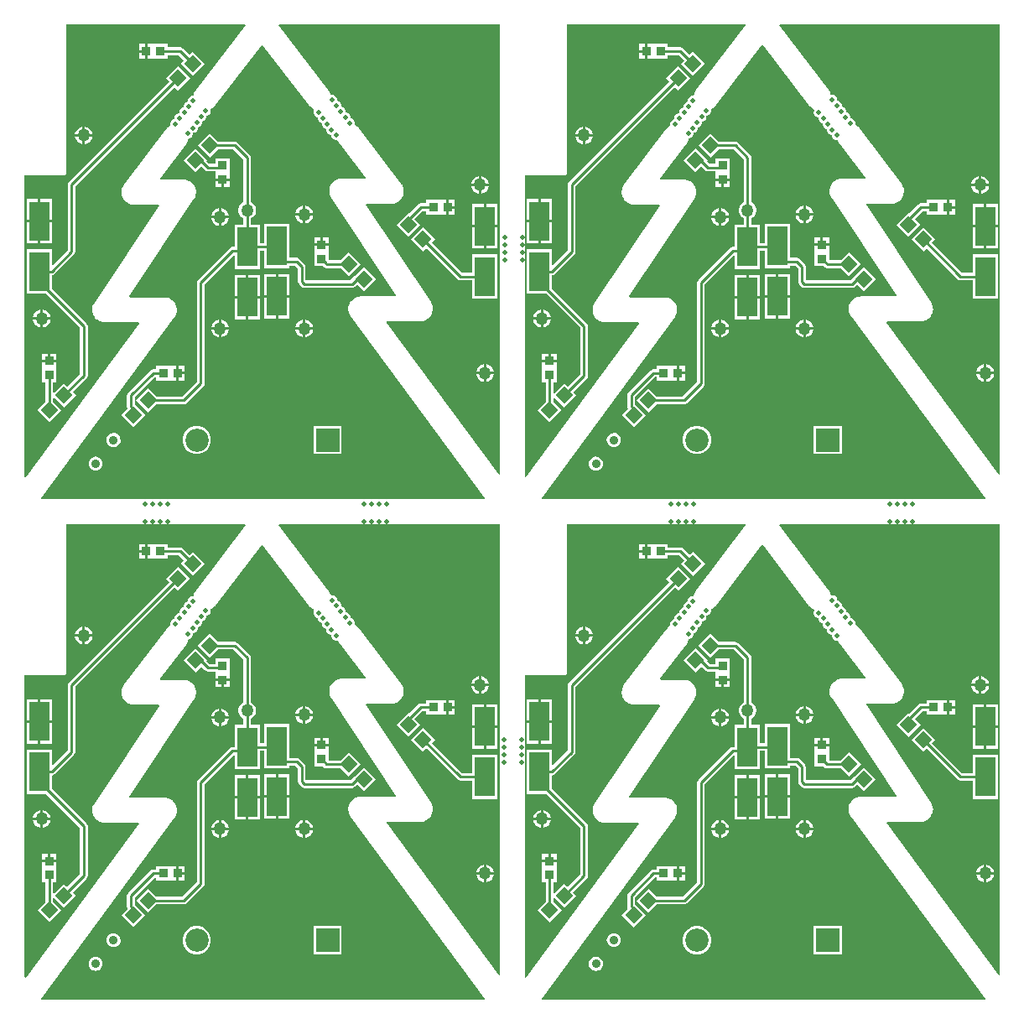
<source format=gbl>
G04*
G04 #@! TF.GenerationSoftware,Altium Limited,Altium Designer,23.1.1 (15)*
G04*
G04 Layer_Physical_Order=2*
G04 Layer_Color=16711680*
%FSLAX25Y25*%
%MOIN*%
G70*
G04*
G04 #@! TF.SameCoordinates,F91F9CD3-C7A0-4A43-B12F-26B318A194AE*
G04*
G04*
G04 #@! TF.FilePolarity,Positive*
G04*
G01*
G75*
%ADD13R,0.03788X0.03681*%
%ADD14R,0.07874X0.15748*%
%ADD15P,0.06681X4X360.0*%
%ADD16P,0.06681X4X90.0*%
%ADD17R,0.03681X0.03788*%
%ADD18C,0.01000*%
%ADD19C,0.00000*%
%ADD20C,0.01968*%
%ADD21C,0.09252*%
%ADD22R,0.09252X0.09252*%
%ADD23C,0.03543*%
%ADD24C,0.05000*%
G36*
X487795Y308682D02*
X487320Y308526D01*
X442669Y369124D01*
X442894Y369571D01*
X456712D01*
X456847Y369598D01*
X456984Y369608D01*
X458015Y369893D01*
X458137Y369954D01*
X458267Y370001D01*
X459184Y370550D01*
X459286Y370642D01*
X459398Y370722D01*
X460136Y371496D01*
X460210Y371612D01*
X460297Y371718D01*
X460801Y372661D01*
X460841Y372792D01*
X460897Y372918D01*
X461132Y373961D01*
X461135Y374098D01*
X461156Y374234D01*
X461104Y375302D01*
X461071Y375435D01*
X461054Y375572D01*
X460720Y376588D01*
X460652Y376707D01*
X460600Y376834D01*
X460303Y377279D01*
X434504Y415977D01*
X434740Y416418D01*
X445181D01*
X445320Y416445D01*
X445461Y416457D01*
X446519Y416759D01*
X446645Y416823D01*
X446777Y416873D01*
X447712Y417453D01*
X447816Y417549D01*
X447929Y417633D01*
X448670Y418447D01*
X448742Y418569D01*
X448829Y418680D01*
X449318Y419666D01*
X449354Y419803D01*
X449407Y419934D01*
X449607Y421016D01*
X449605Y421158D01*
X449619Y421298D01*
X449515Y422394D01*
X449474Y422529D01*
X449449Y422668D01*
X449049Y423693D01*
X448973Y423812D01*
X448911Y423939D01*
X448578Y424377D01*
X448578Y424377D01*
X431885Y446330D01*
X431885Y446330D01*
X431511Y446822D01*
X431392Y446927D01*
X431283Y447041D01*
X430268Y447749D01*
X430166Y447793D01*
X430219Y447920D01*
Y448710D01*
X429917Y449439D01*
X429359Y449997D01*
X428629Y450299D01*
X428433D01*
X428419Y450320D01*
Y451110D01*
X428117Y451839D01*
X427559Y452397D01*
X426829Y452699D01*
X426519D01*
Y453410D01*
X426217Y454139D01*
X425659Y454697D01*
X424929Y454999D01*
X424819D01*
Y455710D01*
X424517Y456439D01*
X423959Y456997D01*
X423229Y457299D01*
X423119D01*
Y458010D01*
X422817Y458739D01*
X422259Y459297D01*
X421529Y459599D01*
X420740D01*
X420421Y460008D01*
X420262Y460478D01*
X420220Y460551D01*
X420196Y460631D01*
X419893Y461200D01*
X419840Y461264D01*
X419803Y461339D01*
X419608Y461595D01*
X419608Y461595D01*
X399915Y487347D01*
X400137Y487795D01*
X404134D01*
X487795Y487795D01*
Y308682D01*
D02*
G37*
G36*
X288976D02*
X288501Y308526D01*
X243850Y369124D01*
X244075Y369571D01*
X257893D01*
X258028Y369598D01*
X258165Y369608D01*
X259196Y369893D01*
X259318Y369954D01*
X259448Y370001D01*
X260365Y370550D01*
X260467Y370642D01*
X260579Y370722D01*
X261317Y371496D01*
X261391Y371612D01*
X261478Y371718D01*
X261982Y372661D01*
X262022Y372792D01*
X262078Y372918D01*
X262313Y373961D01*
X262317Y374098D01*
X262337Y374234D01*
X262285Y375302D01*
X262252Y375435D01*
X262235Y375572D01*
X261901Y376588D01*
X261833Y376707D01*
X261781Y376834D01*
X261484Y377279D01*
X235685Y415977D01*
X235921Y416418D01*
X246362D01*
X246501Y416445D01*
X246642Y416457D01*
X247700Y416759D01*
X247826Y416823D01*
X247958Y416873D01*
X248893Y417453D01*
X248997Y417549D01*
X249110Y417633D01*
X249851Y418447D01*
X249923Y418569D01*
X250010Y418680D01*
X250499Y419666D01*
X250535Y419803D01*
X250588Y419934D01*
X250788Y421016D01*
X250786Y421158D01*
X250800Y421298D01*
X250696Y422394D01*
X250655Y422529D01*
X250631Y422668D01*
X250230Y423693D01*
X250154Y423812D01*
X250092Y423939D01*
X249759Y424377D01*
X249759Y424377D01*
X233066Y446330D01*
X233066Y446330D01*
X232692Y446822D01*
X232573Y446927D01*
X232464Y447041D01*
X231450Y447749D01*
X231347Y447793D01*
X231400Y447920D01*
Y448710D01*
X231098Y449439D01*
X230540Y449997D01*
X229810Y450299D01*
X229614D01*
X229600Y450320D01*
Y451110D01*
X229298Y451839D01*
X228740Y452397D01*
X228010Y452699D01*
X227700D01*
Y453410D01*
X227398Y454139D01*
X226840Y454697D01*
X226110Y454999D01*
X226000D01*
Y455710D01*
X225698Y456439D01*
X225140Y456997D01*
X224410Y457299D01*
X224300D01*
Y458010D01*
X223998Y458739D01*
X223440Y459297D01*
X222710Y459599D01*
X221921D01*
X221602Y460008D01*
X221443Y460478D01*
X221402Y460551D01*
X221377Y460631D01*
X221074Y461200D01*
X221021Y461264D01*
X220985Y461339D01*
X220789Y461595D01*
X220789Y461595D01*
X201096Y487347D01*
X201318Y487795D01*
X205315D01*
X288976Y487795D01*
Y308682D01*
D02*
G37*
G36*
X386723Y487347D02*
X367030Y461595D01*
X366715Y461183D01*
X366656Y461064D01*
X366582Y460953D01*
X366187Y459994D01*
X366161Y459863D01*
X366119Y459737D01*
X366058Y459268D01*
X365353D01*
X364624Y458966D01*
X364066Y458407D01*
X363764Y457678D01*
Y456968D01*
X363653D01*
X362924Y456666D01*
X362366Y456107D01*
X362064Y455378D01*
Y454668D01*
X361953D01*
X361224Y454366D01*
X360666Y453807D01*
X360364Y453078D01*
Y452368D01*
X360053D01*
X359324Y452066D01*
X358766Y451507D01*
X358464Y450778D01*
Y449989D01*
X358450Y449968D01*
X358253D01*
X357524Y449666D01*
X356966Y449107D01*
X356664Y448378D01*
Y447589D01*
X356757Y447363D01*
X356739Y447355D01*
X355725Y446647D01*
X355616Y446533D01*
X355497Y446428D01*
X355123Y445936D01*
X355123Y445936D01*
X338430Y423983D01*
X338097Y423545D01*
X338035Y423418D01*
X337959Y423299D01*
X337558Y422274D01*
X337534Y422135D01*
X337493Y422000D01*
X337389Y420904D01*
X337403Y420764D01*
X337401Y420622D01*
X337601Y419540D01*
X337653Y419409D01*
X337690Y419273D01*
X338179Y418287D01*
X338265Y418175D01*
X338338Y418054D01*
X339079Y417240D01*
X339192Y417156D01*
X339296Y417059D01*
X340231Y416479D01*
X340363Y416429D01*
X340489Y416365D01*
X341547Y416063D01*
X341688Y416052D01*
X341827Y416024D01*
X352268D01*
X352504Y415583D01*
X326705Y376885D01*
X326408Y376441D01*
X326356Y376313D01*
X326288Y376194D01*
X325954Y375178D01*
X325937Y375042D01*
X325904Y374908D01*
X325852Y373840D01*
X325872Y373705D01*
X325876Y373567D01*
X326111Y372524D01*
X326167Y372398D01*
X326206Y372267D01*
X326711Y371324D01*
X326798Y371218D01*
X326872Y371102D01*
X327609Y370328D01*
X327722Y370249D01*
X327824Y370157D01*
X328741Y369607D01*
X328871Y369561D01*
X328993Y369499D01*
X330024Y369214D01*
X330161Y369204D01*
X330296Y369177D01*
X344114D01*
X344339Y368731D01*
X299294Y307598D01*
X298819Y307754D01*
Y427721D01*
X314567D01*
X314957Y427798D01*
X315288Y428019D01*
X315509Y428350D01*
X315586Y428740D01*
Y487795D01*
X386501D01*
X386723Y487347D01*
D02*
G37*
G36*
X187904D02*
X168211Y461595D01*
X167896Y461183D01*
X167837Y461064D01*
X167763Y460953D01*
X167368Y459994D01*
X167342Y459863D01*
X167300Y459737D01*
X167239Y459268D01*
X166534D01*
X165805Y458966D01*
X165247Y458407D01*
X164945Y457678D01*
Y456968D01*
X164834D01*
X164105Y456666D01*
X163547Y456107D01*
X163245Y455378D01*
Y454668D01*
X163134D01*
X162405Y454366D01*
X161847Y453807D01*
X161545Y453078D01*
Y452368D01*
X161234D01*
X160505Y452066D01*
X159947Y451507D01*
X159645Y450778D01*
Y449989D01*
X159631Y449968D01*
X159434D01*
X158705Y449666D01*
X158147Y449107D01*
X157845Y448378D01*
Y447589D01*
X157939Y447363D01*
X157921Y447355D01*
X156906Y446647D01*
X156797Y446533D01*
X156678Y446428D01*
X156304Y445936D01*
X156304Y445936D01*
X139611Y423983D01*
X139278Y423545D01*
X139216Y423418D01*
X139140Y423299D01*
X138740Y422274D01*
X138715Y422135D01*
X138674Y422000D01*
X138570Y420904D01*
X138584Y420764D01*
X138582Y420622D01*
X138782Y419540D01*
X138835Y419409D01*
X138871Y419273D01*
X139360Y418287D01*
X139447Y418175D01*
X139519Y418054D01*
X140260Y417240D01*
X140373Y417156D01*
X140477Y417059D01*
X141412Y416479D01*
X141544Y416429D01*
X141670Y416365D01*
X142728Y416063D01*
X142869Y416052D01*
X143008Y416024D01*
X153449D01*
X153685Y415583D01*
X127886Y376885D01*
X127589Y376441D01*
X127537Y376313D01*
X127469Y376194D01*
X127135Y375178D01*
X127118Y375042D01*
X127085Y374908D01*
X127033Y373840D01*
X127053Y373705D01*
X127057Y373567D01*
X127292Y372524D01*
X127348Y372398D01*
X127388Y372267D01*
X127892Y371324D01*
X127979Y371218D01*
X128053Y371102D01*
X128791Y370328D01*
X128903Y370249D01*
X129005Y370157D01*
X129922Y369607D01*
X130052Y369561D01*
X130174Y369499D01*
X131205Y369214D01*
X131342Y369204D01*
X131477Y369177D01*
X145295D01*
X145520Y368731D01*
X100475Y307598D01*
X100000Y307754D01*
Y427721D01*
X115748D01*
X116138Y427798D01*
X116469Y428019D01*
X116690Y428350D01*
X116768Y428740D01*
Y487795D01*
X187682D01*
X187904Y487347D01*
D02*
G37*
G36*
X411731Y455572D02*
X412106Y455081D01*
X412224Y454977D01*
X412334Y454863D01*
X413349Y454158D01*
X413494Y454095D01*
X413633Y454021D01*
X413678Y454007D01*
X413921Y453410D01*
X413750Y452999D01*
Y452209D01*
X414052Y451480D01*
X414611Y450922D01*
X415340Y450620D01*
X415550D01*
Y449909D01*
X415852Y449180D01*
X416411Y448622D01*
X417140Y448320D01*
X417250D01*
Y447609D01*
X417553Y446880D01*
X418111Y446322D01*
X418840Y446020D01*
X418950D01*
Y445309D01*
X419252Y444580D01*
X419811Y444022D01*
X420540Y443720D01*
X420850D01*
Y443109D01*
X421152Y442380D01*
X421711Y441822D01*
X422440Y441520D01*
X423229D01*
X423408Y441289D01*
X423708Y440723D01*
X423761Y440658D01*
X423797Y440583D01*
X423992Y440328D01*
X434292Y426782D01*
X434069Y426334D01*
X424558D01*
X424460Y426314D01*
X424359D01*
X423598Y426163D01*
X423506Y426125D01*
X423407Y426105D01*
X422690Y425808D01*
X422607Y425752D01*
X422514Y425714D01*
X421869Y425283D01*
X421798Y425212D01*
X421714Y425156D01*
X421166Y424608D01*
X421110Y424524D01*
X421039Y424453D01*
X420608Y423808D01*
X420570Y423715D01*
X420514Y423632D01*
X420217Y422915D01*
X420197Y422817D01*
X420159Y422724D01*
X420008Y421963D01*
Y421862D01*
X419988Y421764D01*
Y421086D01*
X420003Y421012D01*
X419999Y420937D01*
X420084Y420363D01*
X420109Y420292D01*
X420117Y420217D01*
X420285Y419662D01*
X420320Y419595D01*
X420339Y419522D01*
X420586Y418997D01*
X420631Y418937D01*
X420660Y418867D01*
X420821Y418626D01*
X420821Y418626D01*
X446619Y379928D01*
X446383Y379487D01*
X432140D01*
X432041Y379467D01*
X431941D01*
X431180Y379316D01*
X431087Y379277D01*
X430989Y379258D01*
X430272Y378961D01*
X430189Y378905D01*
X430096Y378867D01*
X429451Y378436D01*
X429380Y378365D01*
X429296Y378309D01*
X428748Y377760D01*
X428692Y377677D01*
X428621Y377606D01*
X428190Y376961D01*
X428151Y376868D01*
X428095Y376784D01*
X427799Y376068D01*
X427779Y375969D01*
X427741Y375876D01*
X427589Y375116D01*
Y375015D01*
X427570Y374917D01*
Y374215D01*
X427586Y374135D01*
X427583Y374054D01*
X427682Y373435D01*
X427710Y373358D01*
X427720Y373277D01*
X427916Y372682D01*
X427956Y372611D01*
X427978Y372533D01*
X428266Y371975D01*
X428317Y371912D01*
X428352Y371838D01*
X428538Y371585D01*
X481826Y299265D01*
X481601Y298819D01*
X305697D01*
X305471Y299265D01*
X358470Y371192D01*
X358656Y371444D01*
X358691Y371518D01*
X358742Y371582D01*
X359029Y372139D01*
X359052Y372217D01*
X359092Y372288D01*
X359288Y372884D01*
X359298Y372965D01*
X359326Y373041D01*
X359425Y373660D01*
X359422Y373742D01*
X359438Y373821D01*
Y374523D01*
X359419Y374622D01*
Y374722D01*
X359267Y375483D01*
X359229Y375576D01*
X359209Y375674D01*
X358912Y376391D01*
X358857Y376474D01*
X358818Y376567D01*
X358387Y377212D01*
X358316Y377283D01*
X358260Y377367D01*
X357712Y377915D01*
X357628Y377971D01*
X357557Y378042D01*
X356912Y378473D01*
X356819Y378512D01*
X356736Y378567D01*
X356019Y378864D01*
X355921Y378884D01*
X355828Y378922D01*
X355067Y379074D01*
X354967D01*
X354868Y379093D01*
X340624D01*
X340388Y379534D01*
X366187Y418232D01*
X366187Y418232D01*
X366348Y418473D01*
X366377Y418543D01*
X366422Y418604D01*
X366669Y419128D01*
X366688Y419201D01*
X366723Y419268D01*
X366891Y419823D01*
X366898Y419898D01*
X366924Y419969D01*
X367009Y420543D01*
X367005Y420618D01*
X367020Y420692D01*
Y421370D01*
X367000Y421469D01*
Y421569D01*
X366849Y422330D01*
X366810Y422423D01*
X366791Y422521D01*
X366494Y423238D01*
X366438Y423322D01*
X366400Y423414D01*
X365969Y424059D01*
X365898Y424130D01*
X365842Y424214D01*
X365293Y424762D01*
X365210Y424818D01*
X365139Y424889D01*
X364494Y425320D01*
X364401Y425359D01*
X364317Y425415D01*
X363601Y425711D01*
X363502Y425731D01*
X363409Y425770D01*
X362649Y425921D01*
X362548D01*
X362450Y425940D01*
X352938D01*
X352716Y426388D01*
X363016Y439934D01*
X363211Y440189D01*
X363247Y440264D01*
X363300Y440329D01*
X363600Y440896D01*
X363624Y440975D01*
X363666Y441048D01*
X363871Y441656D01*
X363881Y441738D01*
X363911Y441816D01*
X363985Y442272D01*
X364243D01*
X364972Y442575D01*
X365530Y443133D01*
X365832Y443862D01*
Y444472D01*
X366143D01*
X366872Y444774D01*
X367430Y445333D01*
X367732Y446062D01*
Y446772D01*
X367843D01*
X368572Y447075D01*
X369130Y447633D01*
X369432Y448362D01*
Y449072D01*
X369543D01*
X370272Y449374D01*
X370830Y449933D01*
X371132Y450662D01*
Y451372D01*
X371343D01*
X372072Y451675D01*
X372630Y452233D01*
X372932Y452962D01*
Y453751D01*
X372834Y453989D01*
X373352Y454205D01*
X373463Y454279D01*
X373583Y454339D01*
X374404Y454971D01*
X374492Y455072D01*
X374592Y455160D01*
X374907Y455572D01*
X374907Y455572D01*
X393069Y479322D01*
X393569D01*
X411731Y455572D01*
D02*
G37*
G36*
X212912D02*
X213287Y455081D01*
X213406Y454977D01*
X213515Y454863D01*
X214530Y454158D01*
X214675Y454095D01*
X214814Y454021D01*
X214859Y454007D01*
X215102Y453410D01*
X214932Y452999D01*
Y452209D01*
X215234Y451480D01*
X215792Y450922D01*
X216521Y450620D01*
X216732D01*
Y449909D01*
X217034Y449180D01*
X217592Y448622D01*
X218321Y448320D01*
X218431D01*
Y447609D01*
X218734Y446880D01*
X219292Y446322D01*
X220021Y446020D01*
X220131D01*
Y445309D01*
X220434Y444580D01*
X220992Y444022D01*
X221721Y443720D01*
X222031D01*
Y443109D01*
X222334Y442380D01*
X222892Y441822D01*
X223621Y441520D01*
X224410D01*
X224589Y441289D01*
X224889Y440723D01*
X224942Y440658D01*
X224978Y440583D01*
X225173Y440328D01*
X235473Y426782D01*
X235251Y426334D01*
X225739D01*
X225641Y426314D01*
X225540D01*
X224780Y426163D01*
X224687Y426125D01*
X224588Y426105D01*
X223871Y425808D01*
X223788Y425752D01*
X223695Y425714D01*
X223050Y425283D01*
X222979Y425212D01*
X222896Y425156D01*
X222347Y424608D01*
X222291Y424524D01*
X222220Y424453D01*
X221789Y423808D01*
X221751Y423715D01*
X221695Y423632D01*
X221398Y422915D01*
X221378Y422817D01*
X221340Y422724D01*
X221189Y421963D01*
Y421862D01*
X221169Y421764D01*
Y421086D01*
X221184Y421012D01*
X221180Y420937D01*
X221265Y420363D01*
X221290Y420292D01*
X221298Y420217D01*
X221466Y419662D01*
X221501Y419595D01*
X221520Y419522D01*
X221767Y418997D01*
X221812Y418937D01*
X221841Y418867D01*
X222002Y418626D01*
X222002Y418626D01*
X247800Y379928D01*
X247565Y379487D01*
X233321D01*
X233222Y379467D01*
X233122D01*
X232361Y379316D01*
X232268Y379277D01*
X232170Y379258D01*
X231453Y378961D01*
X231369Y378905D01*
X231277Y378867D01*
X230632Y378436D01*
X230561Y378365D01*
X230477Y378309D01*
X229929Y377760D01*
X229873Y377677D01*
X229802Y377606D01*
X229371Y376961D01*
X229332Y376868D01*
X229277Y376784D01*
X228980Y376068D01*
X228960Y375969D01*
X228922Y375876D01*
X228770Y375116D01*
Y375015D01*
X228751Y374917D01*
Y374215D01*
X228767Y374135D01*
X228764Y374054D01*
X228863Y373435D01*
X228891Y373358D01*
X228901Y373277D01*
X229097Y372682D01*
X229137Y372611D01*
X229159Y372533D01*
X229447Y371975D01*
X229498Y371912D01*
X229533Y371838D01*
X229719Y371585D01*
X283008Y299265D01*
X282782Y298819D01*
X106878D01*
X106653Y299265D01*
X159651Y371192D01*
X159837Y371444D01*
X159872Y371518D01*
X159923Y371582D01*
X160211Y372139D01*
X160233Y372217D01*
X160273Y372288D01*
X160469Y372884D01*
X160479Y372965D01*
X160507Y373041D01*
X160607Y373660D01*
X160603Y373742D01*
X160619Y373821D01*
Y374523D01*
X160600Y374622D01*
Y374722D01*
X160448Y375483D01*
X160410Y375576D01*
X160390Y375674D01*
X160093Y376391D01*
X160038Y376474D01*
X159999Y376567D01*
X159568Y377212D01*
X159497Y377283D01*
X159441Y377367D01*
X158893Y377915D01*
X158809Y377971D01*
X158738Y378042D01*
X158093Y378473D01*
X158001Y378512D01*
X157917Y378567D01*
X157200Y378864D01*
X157102Y378884D01*
X157009Y378922D01*
X156248Y379074D01*
X156148D01*
X156049Y379093D01*
X141806D01*
X141570Y379534D01*
X167368Y418232D01*
X167368Y418232D01*
X167529Y418473D01*
X167558Y418543D01*
X167603Y418604D01*
X167850Y419128D01*
X167869Y419201D01*
X167904Y419268D01*
X168072Y419823D01*
X168080Y419898D01*
X168105Y419969D01*
X168190Y420543D01*
X168186Y420618D01*
X168201Y420692D01*
Y421370D01*
X168181Y421469D01*
Y421569D01*
X168030Y422330D01*
X167992Y422423D01*
X167972Y422521D01*
X167675Y423238D01*
X167619Y423322D01*
X167581Y423414D01*
X167150Y424059D01*
X167079Y424130D01*
X167023Y424214D01*
X166474Y424762D01*
X166391Y424818D01*
X166320Y424889D01*
X165675Y425320D01*
X165582Y425359D01*
X165499Y425415D01*
X164782Y425711D01*
X164683Y425731D01*
X164591Y425770D01*
X163830Y425921D01*
X163729D01*
X163631Y425940D01*
X154119D01*
X153897Y426388D01*
X164197Y439934D01*
X164392Y440189D01*
X164428Y440264D01*
X164481Y440329D01*
X164781Y440896D01*
X164805Y440975D01*
X164847Y441048D01*
X165052Y441656D01*
X165062Y441738D01*
X165092Y441816D01*
X165166Y442272D01*
X165424D01*
X166153Y442575D01*
X166711Y443133D01*
X167013Y443862D01*
Y444472D01*
X167324D01*
X168053Y444774D01*
X168611Y445333D01*
X168913Y446062D01*
Y446772D01*
X169024D01*
X169753Y447075D01*
X170311Y447633D01*
X170613Y448362D01*
Y449072D01*
X170724D01*
X171453Y449374D01*
X172011Y449933D01*
X172313Y450662D01*
Y451372D01*
X172524D01*
X173253Y451675D01*
X173811Y452233D01*
X174113Y452962D01*
Y453751D01*
X174015Y453989D01*
X174533Y454205D01*
X174644Y454279D01*
X174764Y454339D01*
X175585Y454971D01*
X175673Y455072D01*
X175773Y455160D01*
X176088Y455572D01*
X176088Y455572D01*
X194250Y479322D01*
X194750D01*
X212912Y455572D01*
D02*
G37*
G36*
X487795Y109863D02*
X487320Y109707D01*
X442669Y170306D01*
X442894Y170752D01*
X456712D01*
X456847Y170779D01*
X456984Y170789D01*
X458015Y171074D01*
X458137Y171135D01*
X458267Y171182D01*
X459184Y171731D01*
X459286Y171824D01*
X459398Y171903D01*
X460136Y172677D01*
X460210Y172793D01*
X460297Y172899D01*
X460801Y173842D01*
X460841Y173973D01*
X460897Y174099D01*
X461132Y175142D01*
X461135Y175279D01*
X461156Y175415D01*
X461104Y176483D01*
X461071Y176617D01*
X461054Y176753D01*
X460720Y177769D01*
X460652Y177888D01*
X460600Y178015D01*
X460303Y178460D01*
X434504Y217158D01*
X434740Y217599D01*
X445181D01*
X445320Y217627D01*
X445461Y217638D01*
X446519Y217940D01*
X446645Y218004D01*
X446777Y218054D01*
X447712Y218634D01*
X447816Y218730D01*
X447929Y218814D01*
X448670Y219629D01*
X448742Y219750D01*
X448829Y219862D01*
X449318Y220848D01*
X449354Y220984D01*
X449407Y221115D01*
X449607Y222197D01*
X449605Y222339D01*
X449619Y222479D01*
X449515Y223575D01*
X449474Y223710D01*
X449449Y223849D01*
X449049Y224874D01*
X448973Y224993D01*
X448911Y225120D01*
X448578Y225558D01*
X448578Y225558D01*
X431885Y247511D01*
X431885Y247511D01*
X431511Y248003D01*
X431392Y248108D01*
X431283Y248222D01*
X430268Y248930D01*
X430166Y248974D01*
X430219Y249101D01*
Y249891D01*
X429917Y250620D01*
X429359Y251178D01*
X428629Y251480D01*
X428433D01*
X428419Y251501D01*
Y252291D01*
X428117Y253020D01*
X427559Y253578D01*
X426829Y253880D01*
X426519D01*
Y254591D01*
X426217Y255320D01*
X425659Y255878D01*
X424929Y256180D01*
X424819D01*
Y256891D01*
X424517Y257620D01*
X423959Y258178D01*
X423229Y258480D01*
X423119D01*
Y259191D01*
X422817Y259920D01*
X422259Y260478D01*
X421529Y260780D01*
X420740D01*
X420421Y261190D01*
X420262Y261660D01*
X420220Y261732D01*
X420196Y261812D01*
X419893Y262381D01*
X419840Y262445D01*
X419803Y262520D01*
X419608Y262776D01*
X419608Y262776D01*
X399915Y288528D01*
X400137Y288976D01*
X404134D01*
X487795Y288976D01*
Y109863D01*
D02*
G37*
G36*
X288976D02*
X288501Y109707D01*
X243850Y170306D01*
X244075Y170752D01*
X257893D01*
X258028Y170779D01*
X258165Y170789D01*
X259196Y171074D01*
X259318Y171135D01*
X259448Y171182D01*
X260365Y171731D01*
X260467Y171824D01*
X260579Y171903D01*
X261317Y172677D01*
X261391Y172793D01*
X261478Y172899D01*
X261982Y173842D01*
X262022Y173973D01*
X262078Y174099D01*
X262313Y175142D01*
X262317Y175279D01*
X262337Y175415D01*
X262285Y176483D01*
X262252Y176617D01*
X262235Y176753D01*
X261901Y177769D01*
X261833Y177888D01*
X261781Y178015D01*
X261484Y178460D01*
X235685Y217158D01*
X235921Y217599D01*
X246362D01*
X246501Y217627D01*
X246642Y217638D01*
X247700Y217940D01*
X247826Y218004D01*
X247958Y218054D01*
X248893Y218634D01*
X248997Y218730D01*
X249110Y218814D01*
X249851Y219629D01*
X249923Y219750D01*
X250010Y219862D01*
X250499Y220848D01*
X250535Y220984D01*
X250588Y221115D01*
X250788Y222197D01*
X250786Y222339D01*
X250800Y222479D01*
X250696Y223575D01*
X250655Y223710D01*
X250631Y223849D01*
X250230Y224874D01*
X250154Y224993D01*
X250092Y225120D01*
X249759Y225558D01*
X249759Y225558D01*
X233066Y247511D01*
X233066Y247511D01*
X232692Y248003D01*
X232573Y248108D01*
X232464Y248222D01*
X231450Y248930D01*
X231347Y248974D01*
X231400Y249101D01*
Y249891D01*
X231098Y250620D01*
X230540Y251178D01*
X229810Y251480D01*
X229614D01*
X229600Y251501D01*
Y252291D01*
X229298Y253020D01*
X228740Y253578D01*
X228010Y253880D01*
X227700D01*
Y254591D01*
X227398Y255320D01*
X226840Y255878D01*
X226110Y256180D01*
X226000D01*
Y256891D01*
X225698Y257620D01*
X225140Y258178D01*
X224410Y258480D01*
X224300D01*
Y259191D01*
X223998Y259920D01*
X223440Y260478D01*
X222710Y260780D01*
X221921D01*
X221602Y261190D01*
X221443Y261660D01*
X221402Y261732D01*
X221377Y261812D01*
X221074Y262381D01*
X221021Y262445D01*
X220985Y262520D01*
X220789Y262776D01*
X220789Y262776D01*
X201096Y288528D01*
X201318Y288976D01*
X205315D01*
X288976Y288976D01*
Y109863D01*
D02*
G37*
G36*
X386723Y288528D02*
X367030Y262776D01*
X366715Y262364D01*
X366656Y262245D01*
X366582Y262134D01*
X366187Y261175D01*
X366161Y261044D01*
X366119Y260918D01*
X366058Y260449D01*
X365353D01*
X364624Y260147D01*
X364066Y259589D01*
X363764Y258859D01*
Y258149D01*
X363653D01*
X362924Y257847D01*
X362366Y257289D01*
X362064Y256559D01*
Y255849D01*
X361953D01*
X361224Y255547D01*
X360666Y254989D01*
X360364Y254259D01*
Y253549D01*
X360053D01*
X359324Y253247D01*
X358766Y252689D01*
X358464Y251959D01*
Y251170D01*
X358450Y251149D01*
X358253D01*
X357524Y250847D01*
X356966Y250289D01*
X356664Y249559D01*
Y248770D01*
X356757Y248544D01*
X356739Y248536D01*
X355725Y247828D01*
X355616Y247714D01*
X355497Y247609D01*
X355123Y247117D01*
X355123Y247117D01*
X338430Y225165D01*
X338097Y224727D01*
X338035Y224600D01*
X337959Y224480D01*
X337558Y223456D01*
X337534Y223316D01*
X337493Y223181D01*
X337389Y222085D01*
X337403Y221945D01*
X337401Y221804D01*
X337601Y220722D01*
X337653Y220590D01*
X337690Y220454D01*
X338179Y219468D01*
X338265Y219356D01*
X338338Y219235D01*
X339079Y218421D01*
X339192Y218337D01*
X339296Y218240D01*
X340231Y217660D01*
X340363Y217611D01*
X340489Y217546D01*
X341547Y217244D01*
X341688Y217233D01*
X341827Y217205D01*
X352268D01*
X352504Y216764D01*
X326705Y178067D01*
X326408Y177622D01*
X326356Y177495D01*
X326288Y177375D01*
X325954Y176359D01*
X325937Y176223D01*
X325904Y176090D01*
X325852Y175022D01*
X325872Y174886D01*
X325876Y174748D01*
X326111Y173705D01*
X326167Y173580D01*
X326206Y173448D01*
X326711Y172505D01*
X326798Y172399D01*
X326872Y172283D01*
X327609Y171509D01*
X327722Y171430D01*
X327824Y171338D01*
X328741Y170788D01*
X328871Y170742D01*
X328993Y170680D01*
X330024Y170395D01*
X330161Y170385D01*
X330296Y170358D01*
X344114D01*
X344339Y169912D01*
X299294Y108779D01*
X298819Y108935D01*
Y228902D01*
X314567D01*
X314957Y228979D01*
X315288Y229200D01*
X315509Y229531D01*
X315586Y229921D01*
Y288976D01*
X386501D01*
X386723Y288528D01*
D02*
G37*
G36*
X187904D02*
X168211Y262776D01*
X167896Y262364D01*
X167837Y262245D01*
X167763Y262134D01*
X167368Y261175D01*
X167342Y261044D01*
X167300Y260918D01*
X167239Y260449D01*
X166534D01*
X165805Y260147D01*
X165247Y259589D01*
X164945Y258859D01*
Y258149D01*
X164834D01*
X164105Y257847D01*
X163547Y257289D01*
X163245Y256559D01*
Y255849D01*
X163134D01*
X162405Y255547D01*
X161847Y254989D01*
X161545Y254259D01*
Y253549D01*
X161234D01*
X160505Y253247D01*
X159947Y252689D01*
X159645Y251959D01*
Y251170D01*
X159631Y251149D01*
X159434D01*
X158705Y250847D01*
X158147Y250289D01*
X157845Y249559D01*
Y248770D01*
X157939Y248544D01*
X157921Y248536D01*
X156906Y247828D01*
X156797Y247714D01*
X156678Y247609D01*
X156304Y247117D01*
X156304Y247117D01*
X139611Y225165D01*
X139278Y224727D01*
X139216Y224600D01*
X139140Y224480D01*
X138740Y223456D01*
X138715Y223316D01*
X138674Y223181D01*
X138570Y222085D01*
X138584Y221945D01*
X138582Y221804D01*
X138782Y220722D01*
X138835Y220590D01*
X138871Y220454D01*
X139360Y219468D01*
X139447Y219356D01*
X139519Y219235D01*
X140260Y218421D01*
X140373Y218337D01*
X140477Y218240D01*
X141412Y217660D01*
X141544Y217611D01*
X141670Y217546D01*
X142728Y217244D01*
X142869Y217233D01*
X143008Y217205D01*
X153449D01*
X153685Y216764D01*
X127886Y178067D01*
X127589Y177622D01*
X127537Y177495D01*
X127469Y177375D01*
X127135Y176359D01*
X127118Y176223D01*
X127085Y176090D01*
X127033Y175022D01*
X127053Y174886D01*
X127057Y174748D01*
X127292Y173705D01*
X127348Y173580D01*
X127388Y173448D01*
X127892Y172505D01*
X127979Y172399D01*
X128053Y172283D01*
X128791Y171509D01*
X128903Y171430D01*
X129005Y171338D01*
X129922Y170788D01*
X130052Y170742D01*
X130174Y170680D01*
X131205Y170395D01*
X131342Y170385D01*
X131477Y170358D01*
X145295D01*
X145520Y169912D01*
X100475Y108779D01*
X100000Y108935D01*
Y228902D01*
X115748D01*
X116138Y228979D01*
X116469Y229200D01*
X116690Y229531D01*
X116768Y229921D01*
Y288976D01*
X187682D01*
X187904Y288528D01*
D02*
G37*
G36*
X411731Y256753D02*
X412106Y256262D01*
X412224Y256158D01*
X412334Y256044D01*
X413349Y255340D01*
X413494Y255276D01*
X413633Y255202D01*
X413678Y255188D01*
X413921Y254591D01*
X413750Y254180D01*
Y253390D01*
X414052Y252661D01*
X414611Y252103D01*
X415340Y251801D01*
X415550D01*
Y251090D01*
X415852Y250361D01*
X416411Y249803D01*
X417140Y249501D01*
X417250D01*
Y248790D01*
X417553Y248061D01*
X418111Y247503D01*
X418840Y247201D01*
X418950D01*
Y246490D01*
X419252Y245761D01*
X419811Y245203D01*
X420540Y244901D01*
X420850D01*
Y244290D01*
X421152Y243561D01*
X421711Y243003D01*
X422440Y242701D01*
X423229D01*
X423408Y242470D01*
X423708Y241904D01*
X423761Y241839D01*
X423797Y241764D01*
X423992Y241509D01*
X434292Y227963D01*
X434069Y227515D01*
X424558D01*
X424460Y227496D01*
X424359D01*
X423598Y227344D01*
X423506Y227306D01*
X423407Y227286D01*
X422690Y226989D01*
X422607Y226934D01*
X422514Y226895D01*
X421869Y226464D01*
X421798Y226393D01*
X421714Y226337D01*
X421166Y225789D01*
X421110Y225705D01*
X421039Y225634D01*
X420608Y224989D01*
X420570Y224896D01*
X420514Y224813D01*
X420217Y224096D01*
X420197Y223998D01*
X420159Y223905D01*
X420008Y223144D01*
Y223043D01*
X419988Y222945D01*
Y222267D01*
X420003Y222193D01*
X419999Y222118D01*
X420084Y221544D01*
X420109Y221473D01*
X420117Y221398D01*
X420285Y220843D01*
X420320Y220776D01*
X420339Y220703D01*
X420586Y220179D01*
X420631Y220118D01*
X420660Y220048D01*
X420821Y219807D01*
X420821Y219807D01*
X446619Y181109D01*
X446383Y180668D01*
X432140D01*
X432041Y180648D01*
X431941D01*
X431180Y180497D01*
X431087Y180459D01*
X430989Y180439D01*
X430272Y180142D01*
X430189Y180086D01*
X430096Y180048D01*
X429451Y179617D01*
X429380Y179546D01*
X429296Y179490D01*
X428748Y178942D01*
X428692Y178858D01*
X428621Y178787D01*
X428190Y178142D01*
X428151Y178049D01*
X428095Y177966D01*
X427799Y177249D01*
X427779Y177150D01*
X427741Y177058D01*
X427589Y176297D01*
Y176196D01*
X427570Y176098D01*
Y175396D01*
X427586Y175317D01*
X427583Y175235D01*
X427682Y174616D01*
X427710Y174539D01*
X427720Y174459D01*
X427916Y173863D01*
X427956Y173792D01*
X427978Y173714D01*
X428266Y173156D01*
X428317Y173093D01*
X428352Y173019D01*
X428538Y172767D01*
X481826Y100446D01*
X481601Y100000D01*
X305697D01*
X305471Y100446D01*
X358470Y172373D01*
X358656Y172625D01*
X358691Y172699D01*
X358742Y172763D01*
X359029Y173320D01*
X359052Y173398D01*
X359092Y173469D01*
X359288Y174065D01*
X359298Y174146D01*
X359326Y174222D01*
X359425Y174841D01*
X359422Y174923D01*
X359438Y175003D01*
Y175704D01*
X359419Y175803D01*
Y175903D01*
X359267Y176664D01*
X359229Y176757D01*
X359209Y176855D01*
X358912Y177572D01*
X358857Y177655D01*
X358818Y177748D01*
X358387Y178393D01*
X358316Y178464D01*
X358260Y178548D01*
X357712Y179096D01*
X357628Y179152D01*
X357557Y179223D01*
X356912Y179654D01*
X356819Y179693D01*
X356736Y179748D01*
X356019Y180045D01*
X355921Y180065D01*
X355828Y180103D01*
X355067Y180255D01*
X354967D01*
X354868Y180274D01*
X340624D01*
X340388Y180715D01*
X366187Y219413D01*
X366187Y219413D01*
X366348Y219654D01*
X366377Y219724D01*
X366422Y219785D01*
X366669Y220309D01*
X366688Y220382D01*
X366723Y220449D01*
X366891Y221004D01*
X366898Y221079D01*
X366924Y221150D01*
X367009Y221724D01*
X367005Y221799D01*
X367020Y221873D01*
Y222551D01*
X367000Y222650D01*
Y222750D01*
X366849Y223511D01*
X366810Y223604D01*
X366791Y223702D01*
X366494Y224419D01*
X366438Y224503D01*
X366400Y224595D01*
X365969Y225240D01*
X365898Y225311D01*
X365842Y225395D01*
X365293Y225944D01*
X365210Y225999D01*
X365139Y226070D01*
X364494Y226501D01*
X364401Y226540D01*
X364317Y226596D01*
X363601Y226893D01*
X363502Y226912D01*
X363409Y226951D01*
X362649Y227102D01*
X362548D01*
X362450Y227121D01*
X352938D01*
X352716Y227570D01*
X363016Y241115D01*
X363211Y241370D01*
X363247Y241445D01*
X363300Y241510D01*
X363600Y242077D01*
X363624Y242157D01*
X363666Y242229D01*
X363871Y242837D01*
X363881Y242919D01*
X363911Y242997D01*
X363985Y243454D01*
X364243D01*
X364972Y243756D01*
X365530Y244314D01*
X365832Y245043D01*
Y245654D01*
X366143D01*
X366872Y245956D01*
X367430Y246514D01*
X367732Y247243D01*
Y247954D01*
X367843D01*
X368572Y248256D01*
X369130Y248814D01*
X369432Y249543D01*
Y250254D01*
X369543D01*
X370272Y250556D01*
X370830Y251114D01*
X371132Y251843D01*
Y252554D01*
X371343D01*
X372072Y252856D01*
X372630Y253414D01*
X372932Y254143D01*
Y254932D01*
X372834Y255170D01*
X373352Y255386D01*
X373463Y255461D01*
X373583Y255520D01*
X374404Y256152D01*
X374492Y256253D01*
X374592Y256341D01*
X374907Y256753D01*
X374907Y256753D01*
X393069Y280503D01*
X393569D01*
X411731Y256753D01*
D02*
G37*
G36*
X212912D02*
X213287Y256262D01*
X213406Y256158D01*
X213515Y256044D01*
X214530Y255340D01*
X214675Y255276D01*
X214814Y255202D01*
X214859Y255188D01*
X215102Y254591D01*
X214932Y254180D01*
Y253390D01*
X215234Y252661D01*
X215792Y252103D01*
X216521Y251801D01*
X216732D01*
Y251090D01*
X217034Y250361D01*
X217592Y249803D01*
X218321Y249501D01*
X218431D01*
Y248790D01*
X218734Y248061D01*
X219292Y247503D01*
X220021Y247201D01*
X220131D01*
Y246490D01*
X220434Y245761D01*
X220992Y245203D01*
X221721Y244901D01*
X222031D01*
Y244290D01*
X222334Y243561D01*
X222892Y243003D01*
X223621Y242701D01*
X224410D01*
X224589Y242470D01*
X224889Y241904D01*
X224942Y241839D01*
X224978Y241764D01*
X225173Y241509D01*
X235473Y227963D01*
X235251Y227515D01*
X225739D01*
X225641Y227496D01*
X225540D01*
X224780Y227344D01*
X224687Y227306D01*
X224588Y227286D01*
X223871Y226989D01*
X223788Y226934D01*
X223695Y226895D01*
X223050Y226464D01*
X222979Y226393D01*
X222896Y226337D01*
X222347Y225789D01*
X222291Y225705D01*
X222220Y225634D01*
X221789Y224989D01*
X221751Y224896D01*
X221695Y224813D01*
X221398Y224096D01*
X221378Y223998D01*
X221340Y223905D01*
X221189Y223144D01*
Y223043D01*
X221169Y222945D01*
Y222267D01*
X221184Y222193D01*
X221180Y222118D01*
X221265Y221544D01*
X221290Y221473D01*
X221298Y221398D01*
X221466Y220843D01*
X221501Y220776D01*
X221520Y220703D01*
X221767Y220179D01*
X221812Y220118D01*
X221841Y220048D01*
X222002Y219807D01*
X222002Y219807D01*
X247800Y181109D01*
X247565Y180668D01*
X233321D01*
X233222Y180648D01*
X233122D01*
X232361Y180497D01*
X232268Y180459D01*
X232170Y180439D01*
X231453Y180142D01*
X231369Y180086D01*
X231277Y180048D01*
X230632Y179617D01*
X230561Y179546D01*
X230477Y179490D01*
X229929Y178942D01*
X229873Y178858D01*
X229802Y178787D01*
X229371Y178142D01*
X229332Y178049D01*
X229277Y177966D01*
X228980Y177249D01*
X228960Y177150D01*
X228922Y177058D01*
X228770Y176297D01*
Y176196D01*
X228751Y176098D01*
Y175396D01*
X228767Y175317D01*
X228764Y175235D01*
X228863Y174616D01*
X228891Y174539D01*
X228901Y174459D01*
X229097Y173863D01*
X229137Y173792D01*
X229159Y173714D01*
X229447Y173156D01*
X229498Y173093D01*
X229533Y173019D01*
X229719Y172767D01*
X283008Y100446D01*
X282782Y100000D01*
X106878D01*
X106653Y100446D01*
X159651Y172373D01*
X159837Y172625D01*
X159872Y172699D01*
X159923Y172763D01*
X160211Y173320D01*
X160233Y173398D01*
X160273Y173469D01*
X160469Y174065D01*
X160479Y174146D01*
X160507Y174222D01*
X160607Y174841D01*
X160603Y174923D01*
X160619Y175003D01*
Y175704D01*
X160600Y175803D01*
Y175903D01*
X160448Y176664D01*
X160410Y176757D01*
X160390Y176855D01*
X160093Y177572D01*
X160038Y177655D01*
X159999Y177748D01*
X159568Y178393D01*
X159497Y178464D01*
X159441Y178548D01*
X158893Y179096D01*
X158809Y179152D01*
X158738Y179223D01*
X158093Y179654D01*
X158001Y179693D01*
X157917Y179748D01*
X157200Y180045D01*
X157102Y180065D01*
X157009Y180103D01*
X156248Y180255D01*
X156148D01*
X156049Y180274D01*
X141806D01*
X141570Y180715D01*
X167368Y219413D01*
X167368Y219413D01*
X167529Y219654D01*
X167558Y219724D01*
X167603Y219785D01*
X167850Y220309D01*
X167869Y220382D01*
X167904Y220449D01*
X168072Y221004D01*
X168080Y221079D01*
X168105Y221150D01*
X168190Y221724D01*
X168186Y221799D01*
X168201Y221873D01*
Y222551D01*
X168181Y222650D01*
Y222750D01*
X168030Y223511D01*
X167992Y223604D01*
X167972Y223702D01*
X167675Y224419D01*
X167619Y224503D01*
X167581Y224595D01*
X167150Y225240D01*
X167079Y225311D01*
X167023Y225395D01*
X166474Y225944D01*
X166391Y225999D01*
X166320Y226070D01*
X165675Y226501D01*
X165582Y226540D01*
X165499Y226596D01*
X164782Y226893D01*
X164683Y226912D01*
X164591Y226951D01*
X163830Y227102D01*
X163729D01*
X163631Y227121D01*
X154119D01*
X153897Y227570D01*
X164197Y241115D01*
X164392Y241370D01*
X164428Y241445D01*
X164481Y241510D01*
X164781Y242077D01*
X164805Y242157D01*
X164847Y242229D01*
X165052Y242837D01*
X165062Y242919D01*
X165092Y242997D01*
X165166Y243454D01*
X165424D01*
X166153Y243756D01*
X166711Y244314D01*
X167013Y245043D01*
Y245654D01*
X167324D01*
X168053Y245956D01*
X168611Y246514D01*
X168913Y247243D01*
Y247954D01*
X169024D01*
X169753Y248256D01*
X170311Y248814D01*
X170613Y249543D01*
Y250254D01*
X170724D01*
X171453Y250556D01*
X172011Y251114D01*
X172313Y251843D01*
Y252554D01*
X172524D01*
X173253Y252856D01*
X173811Y253414D01*
X174113Y254143D01*
Y254932D01*
X174015Y255170D01*
X174533Y255386D01*
X174644Y255461D01*
X174764Y255520D01*
X175585Y256152D01*
X175673Y256253D01*
X175773Y256341D01*
X176088Y256753D01*
X176088Y256753D01*
X194250Y280503D01*
X194750D01*
X212912Y256753D01*
D02*
G37*
%LPC*%
G36*
X480421Y427308D02*
Y424319D01*
X483411D01*
X483183Y425170D01*
X482722Y425968D01*
X482070Y426620D01*
X481272Y427080D01*
X480421Y427308D01*
D02*
G37*
G36*
X479421D02*
X478570Y427080D01*
X477772Y426620D01*
X477121Y425968D01*
X476660Y425170D01*
X476432Y424319D01*
X479421D01*
Y427308D01*
D02*
G37*
G36*
X483411Y423319D02*
X480421D01*
Y420329D01*
X481272Y420557D01*
X482070Y421018D01*
X482722Y421670D01*
X483183Y422468D01*
X483411Y423319D01*
D02*
G37*
G36*
X479421D02*
X476432D01*
X476660Y422468D01*
X477121Y421670D01*
X477772Y421018D01*
X478570Y420557D01*
X479421Y420329D01*
Y423319D01*
D02*
G37*
G36*
X469830Y417855D02*
X467490D01*
Y415461D01*
X469830D01*
Y417855D01*
D02*
G37*
G36*
Y414461D02*
X467490D01*
Y412067D01*
X469830D01*
Y414461D01*
D02*
G37*
G36*
X466490Y417855D02*
X458516D01*
Y416490D01*
X456299D01*
X455714Y416374D01*
X455218Y416042D01*
X451690Y412514D01*
X451408Y412796D01*
X446653Y408041D01*
X451408Y403286D01*
X456163Y408041D01*
X453853Y410351D01*
X456933Y413431D01*
X458516D01*
Y412067D01*
X466490D01*
Y414961D01*
Y417855D01*
D02*
G37*
G36*
X486827Y416276D02*
X482390D01*
Y407902D01*
X486827D01*
Y416276D01*
D02*
G37*
G36*
X481390D02*
X476953D01*
Y407902D01*
X481390D01*
Y416276D01*
D02*
G37*
G36*
X486827Y406902D02*
X482390D01*
Y398528D01*
X486827D01*
Y406902D01*
D02*
G37*
G36*
X481390D02*
X476953D01*
Y398528D01*
X481390D01*
Y406902D01*
D02*
G37*
G36*
X457254Y406950D02*
X452499Y402195D01*
X457254Y397440D01*
X458550Y398736D01*
X470966Y386320D01*
X471462Y385989D01*
X472047Y385872D01*
X476953D01*
Y378528D01*
X486827D01*
Y396276D01*
X476953D01*
Y388931D01*
X472681D01*
X460713Y400899D01*
X462009Y402195D01*
X457254Y406950D01*
D02*
G37*
G36*
X482390Y352505D02*
Y349516D01*
X485379D01*
X485151Y350367D01*
X484691Y351165D01*
X484039Y351816D01*
X483241Y352277D01*
X482390Y352505D01*
D02*
G37*
G36*
X481390D02*
X480539Y352277D01*
X479741Y351816D01*
X479089Y351165D01*
X478628Y350367D01*
X478400Y349516D01*
X481390D01*
Y352505D01*
D02*
G37*
G36*
X485379Y348516D02*
X482390D01*
Y345526D01*
X483241Y345754D01*
X484039Y346215D01*
X484691Y346867D01*
X485151Y347665D01*
X485379Y348516D01*
D02*
G37*
G36*
X481390D02*
X478400D01*
X478628Y347665D01*
X479089Y346867D01*
X479741Y346215D01*
X480539Y345754D01*
X481390Y345526D01*
Y348516D01*
D02*
G37*
G36*
X281602Y427308D02*
Y424319D01*
X284592D01*
X284364Y425170D01*
X283903Y425968D01*
X283251Y426620D01*
X282453Y427080D01*
X281602Y427308D01*
D02*
G37*
G36*
X280602D02*
X279751Y427080D01*
X278953Y426620D01*
X278302Y425968D01*
X277841Y425170D01*
X277613Y424319D01*
X280602D01*
Y427308D01*
D02*
G37*
G36*
X284592Y423319D02*
X281602D01*
Y420329D01*
X282453Y420557D01*
X283251Y421018D01*
X283903Y421670D01*
X284364Y422468D01*
X284592Y423319D01*
D02*
G37*
G36*
X280602D02*
X277613D01*
X277841Y422468D01*
X278302Y421670D01*
X278953Y421018D01*
X279751Y420557D01*
X280602Y420329D01*
Y423319D01*
D02*
G37*
G36*
X271011Y417855D02*
X268671D01*
Y415461D01*
X271011D01*
Y417855D01*
D02*
G37*
G36*
Y414461D02*
X268671D01*
Y412067D01*
X271011D01*
Y414461D01*
D02*
G37*
G36*
X267671Y417855D02*
X259697D01*
Y416490D01*
X257480D01*
X256895Y416374D01*
X256399Y416042D01*
X252871Y412514D01*
X252589Y412796D01*
X247834Y408041D01*
X252589Y403286D01*
X257344Y408041D01*
X255034Y410351D01*
X258114Y413431D01*
X259697D01*
Y412067D01*
X267671D01*
Y414961D01*
Y417855D01*
D02*
G37*
G36*
X288008Y416276D02*
X283571D01*
Y407902D01*
X288008D01*
Y416276D01*
D02*
G37*
G36*
X282571D02*
X278134D01*
Y407902D01*
X282571D01*
Y416276D01*
D02*
G37*
G36*
X288008Y406902D02*
X283571D01*
Y398528D01*
X288008D01*
Y406902D01*
D02*
G37*
G36*
X282571D02*
X278134D01*
Y398528D01*
X282571D01*
Y406902D01*
D02*
G37*
G36*
X258435Y406950D02*
X253680Y402195D01*
X258435Y397440D01*
X259731Y398736D01*
X272147Y386320D01*
X272643Y385989D01*
X273228Y385872D01*
X278134D01*
Y378528D01*
X288008D01*
Y396276D01*
X278134D01*
Y388931D01*
X273862D01*
X261894Y400899D01*
X263190Y402195D01*
X258435Y406950D01*
D02*
G37*
G36*
X283571Y352505D02*
Y349516D01*
X286560D01*
X286332Y350367D01*
X285872Y351165D01*
X285220Y351816D01*
X284422Y352277D01*
X283571Y352505D01*
D02*
G37*
G36*
X282571D02*
X281720Y352277D01*
X280922Y351816D01*
X280270Y351165D01*
X279809Y350367D01*
X279581Y349516D01*
X282571D01*
Y352505D01*
D02*
G37*
G36*
X286560Y348516D02*
X283571D01*
Y345526D01*
X284422Y345754D01*
X285220Y346215D01*
X285872Y346867D01*
X286332Y347665D01*
X286560Y348516D01*
D02*
G37*
G36*
X282571D02*
X279581D01*
X279809Y347665D01*
X280270Y346867D01*
X280922Y346215D01*
X281720Y345754D01*
X282571Y345526D01*
Y348516D01*
D02*
G37*
G36*
X346684Y479862D02*
X344343D01*
Y477468D01*
X346684D01*
Y479862D01*
D02*
G37*
G36*
Y476469D02*
X344343D01*
Y474075D01*
X346684D01*
Y476469D01*
D02*
G37*
G36*
X355657Y479862D02*
X347684D01*
Y476968D01*
Y474075D01*
X355657D01*
Y475439D01*
X360134D01*
X362260Y473314D01*
X360964Y472018D01*
X365718Y467263D01*
X370473Y472018D01*
X365718Y476772D01*
X364422Y475476D01*
X361849Y478050D01*
X361353Y478381D01*
X360767Y478498D01*
X355657D01*
Y479862D01*
D02*
G37*
G36*
X359872Y470926D02*
X355117Y466171D01*
X356413Y464875D01*
X316438Y424900D01*
X316107Y424404D01*
X315990Y423819D01*
Y397878D01*
X310123Y392011D01*
X309661Y392202D01*
Y398244D01*
X299787D01*
Y380496D01*
X307499D01*
X320912Y367083D01*
Y348665D01*
X315863Y343616D01*
X314567Y344912D01*
X310712Y341057D01*
X310250Y341249D01*
Y345463D01*
X311555D01*
Y351096D01*
Y353437D01*
X308661D01*
X305767D01*
Y351096D01*
Y345463D01*
X307191D01*
Y337537D01*
X303966Y334311D01*
X308721Y329556D01*
X313476Y334311D01*
X310250Y337537D01*
Y339066D01*
X310712Y339257D01*
X314567Y335403D01*
X319322Y340158D01*
X318026Y341454D01*
X323522Y346950D01*
X323854Y347446D01*
X323970Y348031D01*
Y367717D01*
X323854Y368302D01*
X323522Y368798D01*
X309661Y382659D01*
Y387844D01*
X310231Y387957D01*
X310727Y388289D01*
X318601Y396163D01*
X318933Y396659D01*
X319049Y397244D01*
Y423185D01*
X358576Y462712D01*
X359872Y461416D01*
X364627Y466171D01*
X359872Y470926D01*
D02*
G37*
G36*
X322941Y446993D02*
Y444004D01*
X325930D01*
X325702Y444855D01*
X325242Y445653D01*
X324590Y446305D01*
X323792Y446765D01*
X322941Y446993D01*
D02*
G37*
G36*
X321941D02*
X321090Y446765D01*
X320292Y446305D01*
X319640Y445653D01*
X319180Y444855D01*
X318952Y444004D01*
X321941D01*
Y446993D01*
D02*
G37*
G36*
X325930Y443004D02*
X322941D01*
Y440014D01*
X323792Y440242D01*
X324590Y440703D01*
X325242Y441355D01*
X325702Y442153D01*
X325930Y443004D01*
D02*
G37*
G36*
X321941D02*
X318952D01*
X319180Y442153D01*
X319640Y441355D01*
X320292Y440703D01*
X321090Y440242D01*
X321941Y440014D01*
Y443004D01*
D02*
G37*
G36*
X309661Y418244D02*
X305224D01*
Y409870D01*
X309661D01*
Y418244D01*
D02*
G37*
G36*
X304224D02*
X299787D01*
Y409870D01*
X304224D01*
Y418244D01*
D02*
G37*
G36*
X309661Y408870D02*
X305224D01*
Y400496D01*
X309661D01*
Y408870D01*
D02*
G37*
G36*
X304224D02*
X299787D01*
Y400496D01*
X304224D01*
Y408870D01*
D02*
G37*
G36*
X306209Y374159D02*
Y371169D01*
X309198D01*
X308970Y372020D01*
X308509Y372818D01*
X307858Y373470D01*
X307060Y373931D01*
X306209Y374159D01*
D02*
G37*
G36*
X305209D02*
X304358Y373931D01*
X303560Y373470D01*
X302908Y372818D01*
X302447Y372020D01*
X302219Y371169D01*
X305209D01*
Y374159D01*
D02*
G37*
G36*
X309198Y370169D02*
X306209D01*
Y367180D01*
X307060Y367408D01*
X307858Y367869D01*
X308509Y368520D01*
X308970Y369318D01*
X309198Y370169D01*
D02*
G37*
G36*
X305209D02*
X302219D01*
X302447Y369318D01*
X302908Y368520D01*
X303560Y367869D01*
X304358Y367408D01*
X305209Y367180D01*
Y370169D01*
D02*
G37*
G36*
X311555Y356778D02*
X309161D01*
Y354437D01*
X311555D01*
Y356778D01*
D02*
G37*
G36*
X308161D02*
X305767D01*
Y354437D01*
X308161D01*
Y356778D01*
D02*
G37*
G36*
X147865Y479862D02*
X145524D01*
Y477468D01*
X147865D01*
Y479862D01*
D02*
G37*
G36*
Y476469D02*
X145524D01*
Y474075D01*
X147865D01*
Y476469D01*
D02*
G37*
G36*
X156838Y479862D02*
X148865D01*
Y476968D01*
Y474075D01*
X156838D01*
Y475439D01*
X161315D01*
X163441Y473314D01*
X162145Y472018D01*
X166900Y467263D01*
X171654Y472018D01*
X166900Y476772D01*
X165603Y475476D01*
X163030Y478050D01*
X162534Y478381D01*
X161949Y478498D01*
X156838D01*
Y479862D01*
D02*
G37*
G36*
X161053Y470926D02*
X156298Y466171D01*
X157594Y464875D01*
X117619Y424900D01*
X117288Y424404D01*
X117171Y423819D01*
Y397878D01*
X111304Y392011D01*
X110843Y392202D01*
Y398244D01*
X100969D01*
Y380496D01*
X108680D01*
X122093Y367083D01*
Y348665D01*
X117044Y343616D01*
X115748Y344912D01*
X111893Y341057D01*
X111431Y341249D01*
Y345463D01*
X112736D01*
Y351096D01*
Y353437D01*
X109843D01*
X106949D01*
Y351096D01*
Y345463D01*
X108372D01*
Y337537D01*
X105147Y334311D01*
X109902Y329556D01*
X114657Y334311D01*
X111431Y337537D01*
Y339066D01*
X111893Y339257D01*
X115748Y335403D01*
X120503Y340158D01*
X119207Y341454D01*
X124704Y346950D01*
X125035Y347446D01*
X125151Y348031D01*
Y367717D01*
X125035Y368302D01*
X124704Y368798D01*
X110843Y382659D01*
Y387844D01*
X111412Y387957D01*
X111908Y388289D01*
X119782Y396163D01*
X120114Y396659D01*
X120230Y397244D01*
Y423185D01*
X159757Y462712D01*
X161053Y461416D01*
X165808Y466171D01*
X161053Y470926D01*
D02*
G37*
G36*
X124122Y446993D02*
Y444004D01*
X127111D01*
X126883Y444855D01*
X126423Y445653D01*
X125771Y446305D01*
X124973Y446765D01*
X124122Y446993D01*
D02*
G37*
G36*
X123122D02*
X122271Y446765D01*
X121473Y446305D01*
X120821Y445653D01*
X120361Y444855D01*
X120133Y444004D01*
X123122D01*
Y446993D01*
D02*
G37*
G36*
X127111Y443004D02*
X124122D01*
Y440014D01*
X124973Y440242D01*
X125771Y440703D01*
X126423Y441355D01*
X126883Y442153D01*
X127111Y443004D01*
D02*
G37*
G36*
X123122D02*
X120133D01*
X120361Y442153D01*
X120821Y441355D01*
X121473Y440703D01*
X122271Y440242D01*
X123122Y440014D01*
Y443004D01*
D02*
G37*
G36*
X110843Y418244D02*
X106405D01*
Y409870D01*
X110843D01*
Y418244D01*
D02*
G37*
G36*
X105405D02*
X100969D01*
Y409870D01*
X105405D01*
Y418244D01*
D02*
G37*
G36*
X110843Y408870D02*
X106405D01*
Y400496D01*
X110843D01*
Y408870D01*
D02*
G37*
G36*
X105405D02*
X100969D01*
Y400496D01*
X105405D01*
Y408870D01*
D02*
G37*
G36*
X107390Y374159D02*
Y371169D01*
X110379D01*
X110151Y372020D01*
X109690Y372818D01*
X109039Y373470D01*
X108241Y373931D01*
X107390Y374159D01*
D02*
G37*
G36*
X106390D02*
X105539Y373931D01*
X104741Y373470D01*
X104089Y372818D01*
X103628Y372020D01*
X103400Y371169D01*
X106390D01*
Y374159D01*
D02*
G37*
G36*
X110379Y370169D02*
X107390D01*
Y367180D01*
X108241Y367408D01*
X109039Y367869D01*
X109690Y368520D01*
X110151Y369318D01*
X110379Y370169D01*
D02*
G37*
G36*
X106390D02*
X103400D01*
X103628Y369318D01*
X104089Y368520D01*
X104741Y367869D01*
X105539Y367408D01*
X106390Y367180D01*
Y370169D01*
D02*
G37*
G36*
X112736Y356778D02*
X110343D01*
Y354437D01*
X112736D01*
Y356778D01*
D02*
G37*
G36*
X109343D02*
X106949D01*
Y354437D01*
X109343D01*
Y356778D01*
D02*
G37*
G36*
X366762Y438446D02*
X362007Y433691D01*
X366762Y428936D01*
X369012Y431187D01*
X370572Y429627D01*
X371068Y429296D01*
X371654Y429179D01*
X374665D01*
Y426424D01*
X377559D01*
X380453D01*
Y428716D01*
Y434397D01*
X374665D01*
Y432238D01*
X372287D01*
X371175Y433350D01*
X371517Y433691D01*
X366762Y438446D01*
D02*
G37*
G36*
X380453Y425424D02*
X378059D01*
Y423083D01*
X380453D01*
Y425424D01*
D02*
G37*
G36*
X377059D02*
X374665D01*
Y423083D01*
X377059D01*
Y425424D01*
D02*
G37*
G36*
X410539Y415497D02*
Y412508D01*
X413529D01*
X413301Y413359D01*
X412840Y414157D01*
X412188Y414809D01*
X411390Y415269D01*
X410539Y415497D01*
D02*
G37*
G36*
X409539D02*
X408688Y415269D01*
X407890Y414809D01*
X407239Y414157D01*
X406778Y413359D01*
X406550Y412508D01*
X409539D01*
Y415497D01*
D02*
G37*
G36*
X377075Y414513D02*
Y411524D01*
X380064D01*
X379836Y412375D01*
X379376Y413173D01*
X378724Y413824D01*
X377926Y414285D01*
X377075Y414513D01*
D02*
G37*
G36*
X376075D02*
X375224Y414285D01*
X374426Y413824D01*
X373774Y413173D01*
X373313Y412375D01*
X373085Y411524D01*
X376075D01*
Y414513D01*
D02*
G37*
G36*
X413529Y411508D02*
X410539D01*
Y408518D01*
X411390Y408746D01*
X412188Y409207D01*
X412840Y409859D01*
X413301Y410657D01*
X413529Y411508D01*
D02*
G37*
G36*
X409539D02*
X406550D01*
X406778Y410657D01*
X407239Y409859D01*
X407890Y409207D01*
X408688Y408746D01*
X409539Y408518D01*
Y411508D01*
D02*
G37*
G36*
X380064Y410524D02*
X377075D01*
Y407534D01*
X377926Y407762D01*
X378724Y408223D01*
X379376Y408875D01*
X379836Y409673D01*
X380064Y410524D01*
D02*
G37*
G36*
X376075D02*
X373085D01*
X373313Y409673D01*
X373774Y408875D01*
X374426Y408223D01*
X375224Y407762D01*
X376075Y407534D01*
Y410524D01*
D02*
G37*
G36*
X419823Y402901D02*
X417429D01*
Y400561D01*
X419823D01*
Y402901D01*
D02*
G37*
G36*
X416429D02*
X414035D01*
Y400561D01*
X416429D01*
Y402901D01*
D02*
G37*
G36*
X416929Y400061D02*
D01*
Y399561D01*
X414035D01*
Y397220D01*
Y391587D01*
X417512D01*
X417763Y391212D01*
X418259Y390880D01*
X418844Y390764D01*
X424560D01*
X427786Y387538D01*
X432540Y392293D01*
X427786Y397048D01*
X424560Y393823D01*
X419823D01*
Y397220D01*
Y399561D01*
X416929D01*
Y400061D01*
D02*
G37*
G36*
X372608Y444292D02*
X367853Y439537D01*
X372608Y434782D01*
X375834Y438008D01*
X381876D01*
X385872Y434012D01*
Y418110D01*
X385872Y418110D01*
Y416938D01*
X385252Y416580D01*
X384601Y415929D01*
X384140Y415131D01*
X383902Y414240D01*
Y413319D01*
X384140Y412429D01*
X384601Y411630D01*
X385252Y410979D01*
X385872Y410621D01*
Y408087D01*
X382465D01*
Y399167D01*
X381496D01*
X380911Y399051D01*
X380415Y398719D01*
X367816Y386121D01*
X367485Y385625D01*
X367368Y385039D01*
Y345515D01*
X361542Y339689D01*
X351227D01*
X348002Y342914D01*
X343247Y338159D01*
X348002Y333404D01*
X351227Y336630D01*
X362175D01*
X362760Y336746D01*
X363257Y337078D01*
X369979Y343800D01*
X370311Y344297D01*
X370427Y344882D01*
Y384406D01*
X381965Y395943D01*
X382465Y395736D01*
Y390339D01*
X392339D01*
Y397683D01*
X394276D01*
Y390653D01*
X404150D01*
Y391778D01*
X406453D01*
X407526Y390705D01*
Y385433D01*
X407642Y384848D01*
X407974Y384352D01*
X408958Y383367D01*
X409454Y383036D01*
X410039Y382919D01*
X429000D01*
X429585Y383036D01*
X430081Y383367D01*
X431019Y384305D01*
X433632Y381692D01*
X438387Y386447D01*
X433632Y391202D01*
X430042Y387612D01*
X429917Y387528D01*
X428367Y385978D01*
X410673D01*
X410584Y386067D01*
Y391339D01*
X410468Y391924D01*
X410137Y392420D01*
X408168Y394389D01*
X407672Y394720D01*
X407087Y394836D01*
X404150D01*
Y408402D01*
X394276D01*
Y400742D01*
X392339D01*
Y408087D01*
X388931D01*
Y410621D01*
X389551Y410979D01*
X390202Y411630D01*
X390663Y412429D01*
X390902Y413319D01*
Y414240D01*
X390663Y415131D01*
X390202Y415929D01*
X389551Y416580D01*
X388931Y416938D01*
Y418110D01*
X388931Y418110D01*
Y434646D01*
X388814Y435231D01*
X388483Y435727D01*
X383591Y440619D01*
X383095Y440950D01*
X382510Y441067D01*
X375834D01*
X372608Y444292D01*
D02*
G37*
G36*
X404150Y388402D02*
X399713D01*
Y380028D01*
X404150D01*
Y388402D01*
D02*
G37*
G36*
X398713D02*
X394276D01*
Y380028D01*
X398713D01*
Y388402D01*
D02*
G37*
G36*
X392339Y388087D02*
X387902D01*
Y379713D01*
X392339D01*
Y388087D01*
D02*
G37*
G36*
X386902D02*
X382465D01*
Y379713D01*
X386902D01*
Y388087D01*
D02*
G37*
G36*
X404150Y379028D02*
X399713D01*
Y370654D01*
X404150D01*
Y379028D01*
D02*
G37*
G36*
X398713D02*
X394276D01*
Y370654D01*
X398713D01*
Y379028D01*
D02*
G37*
G36*
X392339Y378713D02*
X387902D01*
Y370339D01*
X392339D01*
Y378713D01*
D02*
G37*
G36*
X386902D02*
X382465D01*
Y370339D01*
X386902D01*
Y378713D01*
D02*
G37*
G36*
X410539Y370222D02*
Y367232D01*
X413529D01*
X413301Y368083D01*
X412840Y368881D01*
X412188Y369533D01*
X411390Y369994D01*
X410539Y370222D01*
D02*
G37*
G36*
X409539D02*
X408688Y369994D01*
X407890Y369533D01*
X407239Y368881D01*
X406778Y368083D01*
X406550Y367232D01*
X409539D01*
Y370222D01*
D02*
G37*
G36*
X377075D02*
Y367232D01*
X380064D01*
X379836Y368083D01*
X379376Y368881D01*
X378724Y369533D01*
X377926Y369994D01*
X377075Y370222D01*
D02*
G37*
G36*
X376075D02*
X375224Y369994D01*
X374426Y369533D01*
X373774Y368881D01*
X373313Y368083D01*
X373085Y367232D01*
X376075D01*
Y370222D01*
D02*
G37*
G36*
X413529Y366232D02*
X410539D01*
Y363243D01*
X411390Y363471D01*
X412188Y363932D01*
X412840Y364583D01*
X413301Y365381D01*
X413529Y366232D01*
D02*
G37*
G36*
X409539D02*
X406550D01*
X406778Y365381D01*
X407239Y364583D01*
X407890Y363932D01*
X408688Y363471D01*
X409539Y363243D01*
Y366232D01*
D02*
G37*
G36*
X380064D02*
X377075D01*
Y363243D01*
X377926Y363471D01*
X378724Y363932D01*
X379376Y364583D01*
X379836Y365381D01*
X380064Y366232D01*
D02*
G37*
G36*
X376075D02*
X373085D01*
X373313Y365381D01*
X373774Y364583D01*
X374426Y363932D01*
X375224Y363471D01*
X376075Y363243D01*
Y366232D01*
D02*
G37*
G36*
X362547Y351910D02*
X360206D01*
Y349516D01*
X362547D01*
Y351910D01*
D02*
G37*
G36*
Y348516D02*
X360206D01*
Y346122D01*
X362547D01*
Y348516D01*
D02*
G37*
G36*
X359206Y351910D02*
X351233D01*
Y350545D01*
X350000D01*
X349415Y350429D01*
X348919Y350097D01*
X340060Y341239D01*
X339729Y340743D01*
X339612Y340158D01*
Y335740D01*
X339729Y335154D01*
X339934Y334847D01*
X337401Y332313D01*
X342156Y327558D01*
X346911Y332313D01*
X342671Y336553D01*
Y339524D01*
X350634Y347486D01*
X351233D01*
Y346122D01*
X359206D01*
Y349016D01*
Y351910D01*
D02*
G37*
G36*
X334228Y325236D02*
X333505Y325135D01*
X332833Y324850D01*
X332258Y324400D01*
X331819Y323817D01*
X331545Y323141D01*
X331456Y322416D01*
X331558Y321694D01*
X331843Y321022D01*
X332293Y320447D01*
X332875Y320008D01*
X333552Y319734D01*
X334276Y319646D01*
X334999Y319747D01*
X335671Y320032D01*
X336246Y320481D01*
X336685Y321064D01*
X336959Y321741D01*
X337047Y322465D01*
X336946Y323188D01*
X336661Y323860D01*
X336211Y324435D01*
X335629Y324874D01*
X334952Y325148D01*
X334228Y325236D01*
D02*
G37*
G36*
X424937Y328067D02*
X413685D01*
Y316815D01*
X424937D01*
Y328067D01*
D02*
G37*
G36*
X368044D02*
X366563D01*
X365132Y327683D01*
X363849Y326943D01*
X362801Y325895D01*
X362061Y324612D01*
X361677Y323182D01*
Y321700D01*
X362061Y320269D01*
X362801Y318987D01*
X363849Y317939D01*
X365132Y317198D01*
X366563Y316815D01*
X368044D01*
X369475Y317198D01*
X370758Y317939D01*
X371805Y318987D01*
X372546Y320269D01*
X372929Y321700D01*
Y323182D01*
X372546Y324612D01*
X371805Y325895D01*
X370758Y326943D01*
X369475Y327683D01*
X368044Y328067D01*
D02*
G37*
G36*
X327119Y315804D02*
X326397Y315702D01*
X325725Y315417D01*
X325150Y314968D01*
X324711Y314385D01*
X324437Y313708D01*
X324348Y312984D01*
X324450Y312261D01*
X324735Y311589D01*
X325184Y311014D01*
X325767Y310575D01*
X326444Y310302D01*
X327168Y310213D01*
X327891Y310314D01*
X328563Y310599D01*
X329138Y311049D01*
X329577Y311632D01*
X329851Y312308D01*
X329939Y313033D01*
X329838Y313755D01*
X329553Y314427D01*
X329103Y315002D01*
X328520Y315441D01*
X327844Y315715D01*
X327119Y315804D01*
D02*
G37*
G36*
X167943Y438446D02*
X163188Y433691D01*
X167943Y428936D01*
X170194Y431187D01*
X171753Y429627D01*
X172249Y429296D01*
X172835Y429179D01*
X175846D01*
Y426424D01*
X178740D01*
X181634D01*
Y428716D01*
Y434397D01*
X175846D01*
Y432238D01*
X173468D01*
X172356Y433350D01*
X172698Y433691D01*
X167943Y438446D01*
D02*
G37*
G36*
X181634Y425424D02*
X179240D01*
Y423083D01*
X181634D01*
Y425424D01*
D02*
G37*
G36*
X178240D02*
X175846D01*
Y423083D01*
X178240D01*
Y425424D01*
D02*
G37*
G36*
X211720Y415497D02*
Y412508D01*
X214710D01*
X214482Y413359D01*
X214021Y414157D01*
X213369Y414809D01*
X212571Y415269D01*
X211720Y415497D01*
D02*
G37*
G36*
X210720D02*
X209870Y415269D01*
X209071Y414809D01*
X208420Y414157D01*
X207959Y413359D01*
X207731Y412508D01*
X210720D01*
Y415497D01*
D02*
G37*
G36*
X178256Y414513D02*
Y411524D01*
X181245D01*
X181017Y412375D01*
X180557Y413173D01*
X179905Y413824D01*
X179107Y414285D01*
X178256Y414513D01*
D02*
G37*
G36*
X177256D02*
X176405Y414285D01*
X175607Y413824D01*
X174955Y413173D01*
X174494Y412375D01*
X174266Y411524D01*
X177256D01*
Y414513D01*
D02*
G37*
G36*
X214710Y411508D02*
X211720D01*
Y408518D01*
X212571Y408746D01*
X213369Y409207D01*
X214021Y409859D01*
X214482Y410657D01*
X214710Y411508D01*
D02*
G37*
G36*
X210720D02*
X207731D01*
X207959Y410657D01*
X208420Y409859D01*
X209071Y409207D01*
X209870Y408746D01*
X210720Y408518D01*
Y411508D01*
D02*
G37*
G36*
X181245Y410524D02*
X178256D01*
Y407534D01*
X179107Y407762D01*
X179905Y408223D01*
X180557Y408875D01*
X181017Y409673D01*
X181245Y410524D01*
D02*
G37*
G36*
X177256D02*
X174266D01*
X174494Y409673D01*
X174955Y408875D01*
X175607Y408223D01*
X176405Y407762D01*
X177256Y407534D01*
Y410524D01*
D02*
G37*
G36*
X221004Y402901D02*
X218610D01*
Y400561D01*
X221004D01*
Y402901D01*
D02*
G37*
G36*
X217610D02*
X215216D01*
Y400561D01*
X217610D01*
Y402901D01*
D02*
G37*
G36*
X218110Y400061D02*
D01*
Y399561D01*
X215216D01*
Y397220D01*
Y391587D01*
X218693D01*
X218944Y391212D01*
X219440Y390880D01*
X220025Y390764D01*
X225741D01*
X228967Y387538D01*
X233721Y392293D01*
X228967Y397048D01*
X225741Y393823D01*
X221004D01*
Y397220D01*
Y399561D01*
X218110D01*
Y400061D01*
D02*
G37*
G36*
X173789Y444292D02*
X169034Y439537D01*
X173789Y434782D01*
X177015Y438008D01*
X183058D01*
X187053Y434012D01*
Y418110D01*
X187053Y418110D01*
Y416938D01*
X186434Y416580D01*
X185782Y415929D01*
X185321Y415131D01*
X185083Y414240D01*
Y413319D01*
X185321Y412429D01*
X185782Y411630D01*
X186434Y410979D01*
X187053Y410621D01*
Y408087D01*
X183646D01*
Y399167D01*
X182677D01*
X182092Y399051D01*
X181596Y398719D01*
X168997Y386121D01*
X168666Y385625D01*
X168549Y385039D01*
Y345515D01*
X162723Y339689D01*
X152408D01*
X149183Y342914D01*
X144428Y338159D01*
X149183Y333404D01*
X152408Y336630D01*
X163356D01*
X163941Y336746D01*
X164438Y337078D01*
X171160Y343800D01*
X171492Y344297D01*
X171608Y344882D01*
Y384406D01*
X183146Y395943D01*
X183646Y395736D01*
Y390339D01*
X193520D01*
Y397683D01*
X195457D01*
Y390653D01*
X205331D01*
Y391778D01*
X207634D01*
X208707Y390705D01*
Y385433D01*
X208823Y384848D01*
X209155Y384352D01*
X210139Y383367D01*
X210635Y383036D01*
X211221Y382919D01*
X230181D01*
X230766Y383036D01*
X231262Y383367D01*
X232200Y384305D01*
X234813Y381692D01*
X239568Y386447D01*
X234813Y391202D01*
X231223Y387612D01*
X231098Y387528D01*
X229548Y385978D01*
X211854D01*
X211766Y386067D01*
Y391339D01*
X211649Y391924D01*
X211318Y392420D01*
X209349Y394389D01*
X208853Y394720D01*
X208268Y394836D01*
X205331D01*
Y408402D01*
X195457D01*
Y400742D01*
X193520D01*
Y408087D01*
X190112D01*
Y410621D01*
X190732Y410979D01*
X191383Y411630D01*
X191844Y412429D01*
X192083Y413319D01*
Y414240D01*
X191844Y415131D01*
X191383Y415929D01*
X190732Y416580D01*
X190112Y416938D01*
Y418110D01*
X190112Y418110D01*
Y434646D01*
X189996Y435231D01*
X189664Y435727D01*
X184773Y440619D01*
X184276Y440950D01*
X183691Y441067D01*
X177015D01*
X173789Y444292D01*
D02*
G37*
G36*
X205331Y388402D02*
X200894D01*
Y380028D01*
X205331D01*
Y388402D01*
D02*
G37*
G36*
X199894D02*
X195457D01*
Y380028D01*
X199894D01*
Y388402D01*
D02*
G37*
G36*
X193520Y388087D02*
X189083D01*
Y379713D01*
X193520D01*
Y388087D01*
D02*
G37*
G36*
X188083D02*
X183646D01*
Y379713D01*
X188083D01*
Y388087D01*
D02*
G37*
G36*
X205331Y379028D02*
X200894D01*
Y370654D01*
X205331D01*
Y379028D01*
D02*
G37*
G36*
X199894D02*
X195457D01*
Y370654D01*
X199894D01*
Y379028D01*
D02*
G37*
G36*
X193520Y378713D02*
X189083D01*
Y370339D01*
X193520D01*
Y378713D01*
D02*
G37*
G36*
X188083D02*
X183646D01*
Y370339D01*
X188083D01*
Y378713D01*
D02*
G37*
G36*
X211720Y370222D02*
Y367232D01*
X214710D01*
X214482Y368083D01*
X214021Y368881D01*
X213369Y369533D01*
X212571Y369994D01*
X211720Y370222D01*
D02*
G37*
G36*
X210720D02*
X209870Y369994D01*
X209071Y369533D01*
X208420Y368881D01*
X207959Y368083D01*
X207731Y367232D01*
X210720D01*
Y370222D01*
D02*
G37*
G36*
X178256D02*
Y367232D01*
X181245D01*
X181017Y368083D01*
X180557Y368881D01*
X179905Y369533D01*
X179107Y369994D01*
X178256Y370222D01*
D02*
G37*
G36*
X177256D02*
X176405Y369994D01*
X175607Y369533D01*
X174955Y368881D01*
X174494Y368083D01*
X174266Y367232D01*
X177256D01*
Y370222D01*
D02*
G37*
G36*
X214710Y366232D02*
X211720D01*
Y363243D01*
X212571Y363471D01*
X213369Y363932D01*
X214021Y364583D01*
X214482Y365381D01*
X214710Y366232D01*
D02*
G37*
G36*
X210720D02*
X207731D01*
X207959Y365381D01*
X208420Y364583D01*
X209071Y363932D01*
X209870Y363471D01*
X210720Y363243D01*
Y366232D01*
D02*
G37*
G36*
X181245D02*
X178256D01*
Y363243D01*
X179107Y363471D01*
X179905Y363932D01*
X180557Y364583D01*
X181017Y365381D01*
X181245Y366232D01*
D02*
G37*
G36*
X177256D02*
X174266D01*
X174494Y365381D01*
X174955Y364583D01*
X175607Y363932D01*
X176405Y363471D01*
X177256Y363243D01*
Y366232D01*
D02*
G37*
G36*
X163728Y351910D02*
X161387D01*
Y349516D01*
X163728D01*
Y351910D01*
D02*
G37*
G36*
Y348516D02*
X161387D01*
Y346122D01*
X163728D01*
Y348516D01*
D02*
G37*
G36*
X160387Y351910D02*
X152414D01*
Y350545D01*
X151181D01*
X150596Y350429D01*
X150100Y350097D01*
X141241Y341239D01*
X140910Y340743D01*
X140793Y340158D01*
Y335740D01*
X140910Y335154D01*
X141115Y334847D01*
X138582Y332313D01*
X143337Y327558D01*
X148092Y332313D01*
X143852Y336553D01*
Y339524D01*
X151815Y347486D01*
X152414D01*
Y346122D01*
X160387D01*
Y349016D01*
Y351910D01*
D02*
G37*
G36*
X135409Y325236D02*
X134686Y325135D01*
X134014Y324850D01*
X133439Y324400D01*
X133000Y323817D01*
X132727Y323141D01*
X132638Y322416D01*
X132739Y321694D01*
X133024Y321022D01*
X133474Y320447D01*
X134056Y320008D01*
X134733Y319734D01*
X135458Y319646D01*
X136180Y319747D01*
X136852Y320032D01*
X137427Y320481D01*
X137866Y321064D01*
X138140Y321741D01*
X138228Y322465D01*
X138127Y323188D01*
X137842Y323860D01*
X137392Y324435D01*
X136810Y324874D01*
X136133Y325148D01*
X135409Y325236D01*
D02*
G37*
G36*
X226118Y328067D02*
X214866D01*
Y316815D01*
X226118D01*
Y328067D01*
D02*
G37*
G36*
X169225D02*
X167744D01*
X166313Y327683D01*
X165030Y326943D01*
X163982Y325895D01*
X163242Y324612D01*
X162858Y323182D01*
Y321700D01*
X163242Y320269D01*
X163982Y318987D01*
X165030Y317939D01*
X166313Y317198D01*
X167744Y316815D01*
X169225D01*
X170656Y317198D01*
X171939Y317939D01*
X172986Y318987D01*
X173727Y320269D01*
X174110Y321700D01*
Y323182D01*
X173727Y324612D01*
X172986Y325895D01*
X171939Y326943D01*
X170656Y327683D01*
X169225Y328067D01*
D02*
G37*
G36*
X128301Y315804D02*
X127578Y315702D01*
X126906Y315417D01*
X126331Y314968D01*
X125892Y314385D01*
X125619Y313708D01*
X125530Y312984D01*
X125631Y312261D01*
X125916Y311589D01*
X126366Y311014D01*
X126948Y310575D01*
X127625Y310302D01*
X128349Y310213D01*
X129072Y310314D01*
X129744Y310599D01*
X130319Y311049D01*
X130758Y311632D01*
X131032Y312308D01*
X131121Y313033D01*
X131019Y313755D01*
X130734Y314427D01*
X130285Y315002D01*
X129702Y315441D01*
X129025Y315715D01*
X128301Y315804D01*
D02*
G37*
G36*
X480421Y228489D02*
Y225500D01*
X483411D01*
X483183Y226351D01*
X482722Y227149D01*
X482070Y227801D01*
X481272Y228261D01*
X480421Y228489D01*
D02*
G37*
G36*
X479421D02*
X478570Y228261D01*
X477772Y227801D01*
X477121Y227149D01*
X476660Y226351D01*
X476432Y225500D01*
X479421D01*
Y228489D01*
D02*
G37*
G36*
X483411Y224500D02*
X480421D01*
Y221511D01*
X481272Y221739D01*
X482070Y222199D01*
X482722Y222851D01*
X483183Y223649D01*
X483411Y224500D01*
D02*
G37*
G36*
X479421D02*
X476432D01*
X476660Y223649D01*
X477121Y222851D01*
X477772Y222199D01*
X478570Y221739D01*
X479421Y221511D01*
Y224500D01*
D02*
G37*
G36*
X469830Y219036D02*
X467490D01*
Y216642D01*
X469830D01*
Y219036D01*
D02*
G37*
G36*
Y215642D02*
X467490D01*
Y213248D01*
X469830D01*
Y215642D01*
D02*
G37*
G36*
X466490Y219036D02*
X458516D01*
Y217671D01*
X456299D01*
X455714Y217555D01*
X455218Y217223D01*
X451690Y213695D01*
X451408Y213977D01*
X446653Y209222D01*
X451408Y204467D01*
X456163Y209222D01*
X453853Y211532D01*
X456933Y214612D01*
X458516D01*
Y213248D01*
X466490D01*
Y216142D01*
Y219036D01*
D02*
G37*
G36*
X486827Y217457D02*
X482390D01*
Y209083D01*
X486827D01*
Y217457D01*
D02*
G37*
G36*
X481390D02*
X476953D01*
Y209083D01*
X481390D01*
Y217457D01*
D02*
G37*
G36*
X486827Y208083D02*
X482390D01*
Y199709D01*
X486827D01*
Y208083D01*
D02*
G37*
G36*
X481390D02*
X476953D01*
Y199709D01*
X481390D01*
Y208083D01*
D02*
G37*
G36*
X457254Y208131D02*
X452499Y203376D01*
X457254Y198621D01*
X458550Y199917D01*
X470966Y187501D01*
X471462Y187170D01*
X472047Y187053D01*
X476953D01*
Y179709D01*
X486827D01*
Y197457D01*
X476953D01*
Y190112D01*
X472681D01*
X460713Y202080D01*
X462009Y203376D01*
X457254Y208131D01*
D02*
G37*
G36*
X482390Y153686D02*
Y150697D01*
X485379D01*
X485151Y151548D01*
X484691Y152346D01*
X484039Y152998D01*
X483241Y153458D01*
X482390Y153686D01*
D02*
G37*
G36*
X481390D02*
X480539Y153458D01*
X479741Y152998D01*
X479089Y152346D01*
X478628Y151548D01*
X478400Y150697D01*
X481390D01*
Y153686D01*
D02*
G37*
G36*
X485379Y149697D02*
X482390D01*
Y146707D01*
X483241Y146935D01*
X484039Y147396D01*
X484691Y148048D01*
X485151Y148846D01*
X485379Y149697D01*
D02*
G37*
G36*
X481390D02*
X478400D01*
X478628Y148846D01*
X479089Y148048D01*
X479741Y147396D01*
X480539Y146935D01*
X481390Y146707D01*
Y149697D01*
D02*
G37*
G36*
X281602Y228489D02*
Y225500D01*
X284592D01*
X284364Y226351D01*
X283903Y227149D01*
X283251Y227801D01*
X282453Y228261D01*
X281602Y228489D01*
D02*
G37*
G36*
X280602D02*
X279751Y228261D01*
X278953Y227801D01*
X278302Y227149D01*
X277841Y226351D01*
X277613Y225500D01*
X280602D01*
Y228489D01*
D02*
G37*
G36*
X284592Y224500D02*
X281602D01*
Y221511D01*
X282453Y221739D01*
X283251Y222199D01*
X283903Y222851D01*
X284364Y223649D01*
X284592Y224500D01*
D02*
G37*
G36*
X280602D02*
X277613D01*
X277841Y223649D01*
X278302Y222851D01*
X278953Y222199D01*
X279751Y221739D01*
X280602Y221511D01*
Y224500D01*
D02*
G37*
G36*
X271011Y219036D02*
X268671D01*
Y216642D01*
X271011D01*
Y219036D01*
D02*
G37*
G36*
Y215642D02*
X268671D01*
Y213248D01*
X271011D01*
Y215642D01*
D02*
G37*
G36*
X267671Y219036D02*
X259697D01*
Y217671D01*
X257480D01*
X256895Y217555D01*
X256399Y217223D01*
X252871Y213695D01*
X252589Y213977D01*
X247834Y209222D01*
X252589Y204467D01*
X257344Y209222D01*
X255034Y211532D01*
X258114Y214612D01*
X259697D01*
Y213248D01*
X267671D01*
Y216142D01*
Y219036D01*
D02*
G37*
G36*
X288008Y217457D02*
X283571D01*
Y209083D01*
X288008D01*
Y217457D01*
D02*
G37*
G36*
X282571D02*
X278134D01*
Y209083D01*
X282571D01*
Y217457D01*
D02*
G37*
G36*
X288008Y208083D02*
X283571D01*
Y199709D01*
X288008D01*
Y208083D01*
D02*
G37*
G36*
X282571D02*
X278134D01*
Y199709D01*
X282571D01*
Y208083D01*
D02*
G37*
G36*
X258435Y208131D02*
X253680Y203376D01*
X258435Y198621D01*
X259731Y199917D01*
X272147Y187501D01*
X272643Y187170D01*
X273228Y187053D01*
X278134D01*
Y179709D01*
X288008D01*
Y197457D01*
X278134D01*
Y190112D01*
X273862D01*
X261894Y202080D01*
X263190Y203376D01*
X258435Y208131D01*
D02*
G37*
G36*
X283571Y153686D02*
Y150697D01*
X286560D01*
X286332Y151548D01*
X285872Y152346D01*
X285220Y152998D01*
X284422Y153458D01*
X283571Y153686D01*
D02*
G37*
G36*
X282571D02*
X281720Y153458D01*
X280922Y152998D01*
X280270Y152346D01*
X279809Y151548D01*
X279581Y150697D01*
X282571D01*
Y153686D01*
D02*
G37*
G36*
X286560Y149697D02*
X283571D01*
Y146707D01*
X284422Y146935D01*
X285220Y147396D01*
X285872Y148048D01*
X286332Y148846D01*
X286560Y149697D01*
D02*
G37*
G36*
X282571D02*
X279581D01*
X279809Y148846D01*
X280270Y148048D01*
X280922Y147396D01*
X281720Y146935D01*
X282571Y146707D01*
Y149697D01*
D02*
G37*
G36*
X346684Y281044D02*
X344343D01*
Y278650D01*
X346684D01*
Y281044D01*
D02*
G37*
G36*
Y277650D02*
X344343D01*
Y275256D01*
X346684D01*
Y277650D01*
D02*
G37*
G36*
X355657Y281044D02*
X347684D01*
Y278150D01*
Y275256D01*
X355657D01*
Y276620D01*
X360134D01*
X362260Y274495D01*
X360964Y273199D01*
X365718Y268444D01*
X370473Y273199D01*
X365718Y277954D01*
X364422Y276658D01*
X361849Y279231D01*
X361353Y279563D01*
X360767Y279679D01*
X355657D01*
Y281044D01*
D02*
G37*
G36*
X359872Y272107D02*
X355117Y267353D01*
X356413Y266056D01*
X316438Y226081D01*
X316107Y225585D01*
X315990Y225000D01*
Y199059D01*
X310123Y193192D01*
X309661Y193383D01*
Y199425D01*
X299787D01*
Y181677D01*
X307499D01*
X320912Y168264D01*
Y149846D01*
X315863Y144798D01*
X314567Y146093D01*
X310712Y142239D01*
X310250Y142430D01*
Y146644D01*
X311555D01*
Y152278D01*
Y154618D01*
X308661D01*
X305767D01*
Y152278D01*
Y146644D01*
X307191D01*
Y138718D01*
X303966Y135492D01*
X308721Y130738D01*
X313476Y135492D01*
X310250Y138718D01*
Y140247D01*
X310712Y140438D01*
X314567Y136584D01*
X319322Y141339D01*
X318026Y142635D01*
X323522Y148131D01*
X323854Y148627D01*
X323970Y149213D01*
Y168898D01*
X323854Y169483D01*
X323522Y169979D01*
X309661Y183840D01*
Y189025D01*
X310231Y189138D01*
X310727Y189470D01*
X318601Y197344D01*
X318933Y197840D01*
X319049Y198425D01*
Y224366D01*
X358576Y263894D01*
X359872Y262598D01*
X364627Y267353D01*
X359872Y272107D01*
D02*
G37*
G36*
X322941Y248175D02*
Y245185D01*
X325930D01*
X325702Y246036D01*
X325242Y246834D01*
X324590Y247486D01*
X323792Y247947D01*
X322941Y248175D01*
D02*
G37*
G36*
X321941D02*
X321090Y247947D01*
X320292Y247486D01*
X319640Y246834D01*
X319180Y246036D01*
X318952Y245185D01*
X321941D01*
Y248175D01*
D02*
G37*
G36*
X325930Y244185D02*
X322941D01*
Y241196D01*
X323792Y241424D01*
X324590Y241884D01*
X325242Y242536D01*
X325702Y243334D01*
X325930Y244185D01*
D02*
G37*
G36*
X321941D02*
X318952D01*
X319180Y243334D01*
X319640Y242536D01*
X320292Y241884D01*
X321090Y241424D01*
X321941Y241196D01*
Y244185D01*
D02*
G37*
G36*
X309661Y219425D02*
X305224D01*
Y211051D01*
X309661D01*
Y219425D01*
D02*
G37*
G36*
X304224D02*
X299787D01*
Y211051D01*
X304224D01*
Y219425D01*
D02*
G37*
G36*
X309661Y210051D02*
X305224D01*
Y201677D01*
X309661D01*
Y210051D01*
D02*
G37*
G36*
X304224D02*
X299787D01*
Y201677D01*
X304224D01*
Y210051D01*
D02*
G37*
G36*
X306209Y175340D02*
Y172350D01*
X309198D01*
X308970Y173201D01*
X308509Y173999D01*
X307858Y174651D01*
X307060Y175112D01*
X306209Y175340D01*
D02*
G37*
G36*
X305209D02*
X304358Y175112D01*
X303560Y174651D01*
X302908Y173999D01*
X302447Y173201D01*
X302219Y172350D01*
X305209D01*
Y175340D01*
D02*
G37*
G36*
X309198Y171350D02*
X306209D01*
Y168361D01*
X307060Y168589D01*
X307858Y169050D01*
X308509Y169701D01*
X308970Y170499D01*
X309198Y171350D01*
D02*
G37*
G36*
X305209D02*
X302219D01*
X302447Y170499D01*
X302908Y169701D01*
X303560Y169050D01*
X304358Y168589D01*
X305209Y168361D01*
Y171350D01*
D02*
G37*
G36*
X311555Y157959D02*
X309161D01*
Y155618D01*
X311555D01*
Y157959D01*
D02*
G37*
G36*
X308161D02*
X305767D01*
Y155618D01*
X308161D01*
Y157959D01*
D02*
G37*
G36*
X147865Y281044D02*
X145524D01*
Y278650D01*
X147865D01*
Y281044D01*
D02*
G37*
G36*
Y277650D02*
X145524D01*
Y275256D01*
X147865D01*
Y277650D01*
D02*
G37*
G36*
X156838Y281044D02*
X148865D01*
Y278150D01*
Y275256D01*
X156838D01*
Y276620D01*
X161315D01*
X163441Y274495D01*
X162145Y273199D01*
X166900Y268444D01*
X171654Y273199D01*
X166900Y277954D01*
X165603Y276658D01*
X163030Y279231D01*
X162534Y279563D01*
X161949Y279679D01*
X156838D01*
Y281044D01*
D02*
G37*
G36*
X161053Y272107D02*
X156298Y267353D01*
X157594Y266056D01*
X117619Y226081D01*
X117288Y225585D01*
X117171Y225000D01*
Y199059D01*
X111304Y193192D01*
X110843Y193383D01*
Y199425D01*
X100969D01*
Y181677D01*
X108680D01*
X122093Y168264D01*
Y149846D01*
X117044Y144798D01*
X115748Y146093D01*
X111893Y142239D01*
X111431Y142430D01*
Y146644D01*
X112736D01*
Y152278D01*
Y154618D01*
X109843D01*
X106949D01*
Y152278D01*
Y146644D01*
X108372D01*
Y138718D01*
X105147Y135492D01*
X109902Y130738D01*
X114657Y135492D01*
X111431Y138718D01*
Y140247D01*
X111893Y140438D01*
X115748Y136584D01*
X120503Y141339D01*
X119207Y142635D01*
X124704Y148131D01*
X125035Y148627D01*
X125151Y149213D01*
Y168898D01*
X125035Y169483D01*
X124704Y169979D01*
X110843Y183840D01*
Y189025D01*
X111412Y189138D01*
X111908Y189470D01*
X119782Y197344D01*
X120114Y197840D01*
X120230Y198425D01*
Y224366D01*
X159757Y263894D01*
X161053Y262598D01*
X165808Y267353D01*
X161053Y272107D01*
D02*
G37*
G36*
X124122Y248175D02*
Y245185D01*
X127111D01*
X126883Y246036D01*
X126423Y246834D01*
X125771Y247486D01*
X124973Y247947D01*
X124122Y248175D01*
D02*
G37*
G36*
X123122D02*
X122271Y247947D01*
X121473Y247486D01*
X120821Y246834D01*
X120361Y246036D01*
X120133Y245185D01*
X123122D01*
Y248175D01*
D02*
G37*
G36*
X127111Y244185D02*
X124122D01*
Y241196D01*
X124973Y241424D01*
X125771Y241884D01*
X126423Y242536D01*
X126883Y243334D01*
X127111Y244185D01*
D02*
G37*
G36*
X123122D02*
X120133D01*
X120361Y243334D01*
X120821Y242536D01*
X121473Y241884D01*
X122271Y241424D01*
X123122Y241196D01*
Y244185D01*
D02*
G37*
G36*
X110843Y219425D02*
X106405D01*
Y211051D01*
X110843D01*
Y219425D01*
D02*
G37*
G36*
X105405D02*
X100969D01*
Y211051D01*
X105405D01*
Y219425D01*
D02*
G37*
G36*
X110843Y210051D02*
X106405D01*
Y201677D01*
X110843D01*
Y210051D01*
D02*
G37*
G36*
X105405D02*
X100969D01*
Y201677D01*
X105405D01*
Y210051D01*
D02*
G37*
G36*
X107390Y175340D02*
Y172350D01*
X110379D01*
X110151Y173201D01*
X109690Y173999D01*
X109039Y174651D01*
X108241Y175112D01*
X107390Y175340D01*
D02*
G37*
G36*
X106390D02*
X105539Y175112D01*
X104741Y174651D01*
X104089Y173999D01*
X103628Y173201D01*
X103400Y172350D01*
X106390D01*
Y175340D01*
D02*
G37*
G36*
X110379Y171350D02*
X107390D01*
Y168361D01*
X108241Y168589D01*
X109039Y169050D01*
X109690Y169701D01*
X110151Y170499D01*
X110379Y171350D01*
D02*
G37*
G36*
X106390D02*
X103400D01*
X103628Y170499D01*
X104089Y169701D01*
X104741Y169050D01*
X105539Y168589D01*
X106390Y168361D01*
Y171350D01*
D02*
G37*
G36*
X112736Y157959D02*
X110343D01*
Y155618D01*
X112736D01*
Y157959D01*
D02*
G37*
G36*
X109343D02*
X106949D01*
Y155618D01*
X109343D01*
Y157959D01*
D02*
G37*
G36*
X366762Y239627D02*
X362007Y234872D01*
X366762Y230117D01*
X369012Y232368D01*
X370572Y230808D01*
X371068Y230477D01*
X371654Y230360D01*
X374665D01*
Y227605D01*
X377559D01*
X380453D01*
Y229897D01*
Y235578D01*
X374665D01*
Y233419D01*
X372287D01*
X371175Y234531D01*
X371517Y234872D01*
X366762Y239627D01*
D02*
G37*
G36*
X380453Y226605D02*
X378059D01*
Y224264D01*
X380453D01*
Y226605D01*
D02*
G37*
G36*
X377059D02*
X374665D01*
Y224264D01*
X377059D01*
Y226605D01*
D02*
G37*
G36*
X410539Y216679D02*
Y213689D01*
X413529D01*
X413301Y214540D01*
X412840Y215338D01*
X412188Y215990D01*
X411390Y216451D01*
X410539Y216679D01*
D02*
G37*
G36*
X409539D02*
X408688Y216451D01*
X407890Y215990D01*
X407239Y215338D01*
X406778Y214540D01*
X406550Y213689D01*
X409539D01*
Y216679D01*
D02*
G37*
G36*
X377075Y215694D02*
Y212705D01*
X380064D01*
X379836Y213556D01*
X379376Y214354D01*
X378724Y215005D01*
X377926Y215466D01*
X377075Y215694D01*
D02*
G37*
G36*
X376075D02*
X375224Y215466D01*
X374426Y215005D01*
X373774Y214354D01*
X373313Y213556D01*
X373085Y212705D01*
X376075D01*
Y215694D01*
D02*
G37*
G36*
X413529Y212689D02*
X410539D01*
Y209700D01*
X411390Y209928D01*
X412188Y210388D01*
X412840Y211040D01*
X413301Y211838D01*
X413529Y212689D01*
D02*
G37*
G36*
X409539D02*
X406550D01*
X406778Y211838D01*
X407239Y211040D01*
X407890Y210388D01*
X408688Y209928D01*
X409539Y209700D01*
Y212689D01*
D02*
G37*
G36*
X380064Y211705D02*
X377075D01*
Y208715D01*
X377926Y208943D01*
X378724Y209404D01*
X379376Y210056D01*
X379836Y210854D01*
X380064Y211705D01*
D02*
G37*
G36*
X376075D02*
X373085D01*
X373313Y210854D01*
X373774Y210056D01*
X374426Y209404D01*
X375224Y208943D01*
X376075Y208715D01*
Y211705D01*
D02*
G37*
G36*
X419823Y204082D02*
X417429D01*
Y201742D01*
X419823D01*
Y204082D01*
D02*
G37*
G36*
X416429D02*
X414035D01*
Y201742D01*
X416429D01*
Y204082D01*
D02*
G37*
G36*
X416929Y201242D02*
D01*
Y200742D01*
X414035D01*
Y198401D01*
Y192768D01*
X417512D01*
X417763Y192393D01*
X418259Y192061D01*
X418844Y191945D01*
X424560D01*
X427786Y188719D01*
X432540Y193474D01*
X427786Y198229D01*
X424560Y195004D01*
X419823D01*
Y198401D01*
Y200742D01*
X416929D01*
Y201242D01*
D02*
G37*
G36*
X372608Y245473D02*
X367853Y240718D01*
X372608Y235964D01*
X375834Y239189D01*
X381876D01*
X385872Y235193D01*
Y219291D01*
X385872Y219291D01*
Y218119D01*
X385252Y217761D01*
X384601Y217110D01*
X384140Y216312D01*
X383902Y215421D01*
Y214500D01*
X384140Y213610D01*
X384601Y212812D01*
X385252Y212160D01*
X385872Y211802D01*
Y209268D01*
X382465D01*
Y200348D01*
X381496D01*
X380911Y200232D01*
X380415Y199900D01*
X367816Y187302D01*
X367485Y186806D01*
X367368Y186221D01*
Y146696D01*
X361542Y140870D01*
X351227D01*
X348002Y144095D01*
X343247Y139340D01*
X348002Y134585D01*
X351227Y137811D01*
X362175D01*
X362760Y137927D01*
X363257Y138259D01*
X369979Y144982D01*
X370311Y145478D01*
X370427Y146063D01*
Y185587D01*
X381965Y197125D01*
X382465Y196917D01*
Y191520D01*
X392339D01*
Y198864D01*
X394276D01*
Y191835D01*
X404150D01*
Y192959D01*
X406453D01*
X407526Y191886D01*
Y186614D01*
X407642Y186029D01*
X407974Y185533D01*
X408958Y184548D01*
X409454Y184217D01*
X410039Y184100D01*
X429000D01*
X429585Y184217D01*
X430081Y184548D01*
X431019Y185486D01*
X433632Y182873D01*
X438387Y187628D01*
X433632Y192383D01*
X430042Y188793D01*
X429917Y188709D01*
X428367Y187159D01*
X410673D01*
X410584Y187248D01*
Y192520D01*
X410468Y193105D01*
X410137Y193601D01*
X408168Y195570D01*
X407672Y195901D01*
X407087Y196018D01*
X404150D01*
Y209583D01*
X394276D01*
Y201923D01*
X392339D01*
Y209268D01*
X388931D01*
Y211802D01*
X389551Y212160D01*
X390202Y212812D01*
X390663Y213610D01*
X390902Y214500D01*
Y215421D01*
X390663Y216312D01*
X390202Y217110D01*
X389551Y217761D01*
X388931Y218119D01*
Y219291D01*
X388931Y219291D01*
Y235827D01*
X388814Y236412D01*
X388483Y236908D01*
X383591Y241800D01*
X383095Y242131D01*
X382510Y242248D01*
X375834D01*
X372608Y245473D01*
D02*
G37*
G36*
X404150Y189583D02*
X399713D01*
Y181209D01*
X404150D01*
Y189583D01*
D02*
G37*
G36*
X398713D02*
X394276D01*
Y181209D01*
X398713D01*
Y189583D01*
D02*
G37*
G36*
X392339Y189268D02*
X387902D01*
Y180894D01*
X392339D01*
Y189268D01*
D02*
G37*
G36*
X386902D02*
X382465D01*
Y180894D01*
X386902D01*
Y189268D01*
D02*
G37*
G36*
X404150Y180209D02*
X399713D01*
Y171835D01*
X404150D01*
Y180209D01*
D02*
G37*
G36*
X398713D02*
X394276D01*
Y171835D01*
X398713D01*
Y180209D01*
D02*
G37*
G36*
X392339Y179894D02*
X387902D01*
Y171520D01*
X392339D01*
Y179894D01*
D02*
G37*
G36*
X386902D02*
X382465D01*
Y171520D01*
X386902D01*
Y179894D01*
D02*
G37*
G36*
X410539Y171403D02*
Y168413D01*
X413529D01*
X413301Y169264D01*
X412840Y170062D01*
X412188Y170714D01*
X411390Y171175D01*
X410539Y171403D01*
D02*
G37*
G36*
X409539D02*
X408688Y171175D01*
X407890Y170714D01*
X407239Y170062D01*
X406778Y169264D01*
X406550Y168413D01*
X409539D01*
Y171403D01*
D02*
G37*
G36*
X377075D02*
Y168413D01*
X380064D01*
X379836Y169264D01*
X379376Y170062D01*
X378724Y170714D01*
X377926Y171175D01*
X377075Y171403D01*
D02*
G37*
G36*
X376075D02*
X375224Y171175D01*
X374426Y170714D01*
X373774Y170062D01*
X373313Y169264D01*
X373085Y168413D01*
X376075D01*
Y171403D01*
D02*
G37*
G36*
X413529Y167413D02*
X410539D01*
Y164424D01*
X411390Y164652D01*
X412188Y165113D01*
X412840Y165764D01*
X413301Y166562D01*
X413529Y167413D01*
D02*
G37*
G36*
X409539D02*
X406550D01*
X406778Y166562D01*
X407239Y165764D01*
X407890Y165113D01*
X408688Y164652D01*
X409539Y164424D01*
Y167413D01*
D02*
G37*
G36*
X380064D02*
X377075D01*
Y164424D01*
X377926Y164652D01*
X378724Y165113D01*
X379376Y165764D01*
X379836Y166562D01*
X380064Y167413D01*
D02*
G37*
G36*
X376075D02*
X373085D01*
X373313Y166562D01*
X373774Y165764D01*
X374426Y165113D01*
X375224Y164652D01*
X376075Y164424D01*
Y167413D01*
D02*
G37*
G36*
X362547Y153091D02*
X360206D01*
Y150697D01*
X362547D01*
Y153091D01*
D02*
G37*
G36*
Y149697D02*
X360206D01*
Y147303D01*
X362547D01*
Y149697D01*
D02*
G37*
G36*
X359206Y153091D02*
X351233D01*
Y151726D01*
X350000D01*
X349415Y151610D01*
X348919Y151278D01*
X340060Y142420D01*
X339729Y141924D01*
X339612Y141339D01*
Y136921D01*
X339729Y136335D01*
X339934Y136028D01*
X337401Y133494D01*
X342156Y128739D01*
X346911Y133494D01*
X342671Y137734D01*
Y140705D01*
X350634Y148668D01*
X351233D01*
Y147303D01*
X359206D01*
Y150197D01*
Y153091D01*
D02*
G37*
G36*
X334228Y126418D02*
X333505Y126316D01*
X332833Y126031D01*
X332258Y125582D01*
X331819Y124999D01*
X331545Y124322D01*
X331456Y123598D01*
X331558Y122875D01*
X331843Y122203D01*
X332293Y121628D01*
X332875Y121189D01*
X333552Y120915D01*
X334276Y120827D01*
X334999Y120928D01*
X335671Y121213D01*
X336246Y121663D01*
X336685Y122246D01*
X336959Y122922D01*
X337047Y123646D01*
X336946Y124369D01*
X336661Y125041D01*
X336211Y125616D01*
X335629Y126055D01*
X334952Y126329D01*
X334228Y126418D01*
D02*
G37*
G36*
X424937Y129248D02*
X413685D01*
Y117996D01*
X424937D01*
Y129248D01*
D02*
G37*
G36*
X368044D02*
X366563D01*
X365132Y128865D01*
X363849Y128124D01*
X362801Y127076D01*
X362061Y125794D01*
X361677Y124363D01*
Y122881D01*
X362061Y121450D01*
X362801Y120168D01*
X363849Y119120D01*
X365132Y118379D01*
X366563Y117996D01*
X368044D01*
X369475Y118379D01*
X370758Y119120D01*
X371805Y120168D01*
X372546Y121450D01*
X372929Y122881D01*
Y124363D01*
X372546Y125794D01*
X371805Y127076D01*
X370758Y128124D01*
X369475Y128865D01*
X368044Y129248D01*
D02*
G37*
G36*
X327119Y116985D02*
X326397Y116883D01*
X325725Y116598D01*
X325150Y116149D01*
X324711Y115566D01*
X324437Y114889D01*
X324348Y114165D01*
X324450Y113442D01*
X324735Y112770D01*
X325184Y112195D01*
X325767Y111756D01*
X326444Y111483D01*
X327168Y111394D01*
X327891Y111495D01*
X328563Y111781D01*
X329138Y112230D01*
X329577Y112813D01*
X329851Y113489D01*
X329939Y114214D01*
X329838Y114936D01*
X329553Y115608D01*
X329103Y116183D01*
X328520Y116622D01*
X327844Y116896D01*
X327119Y116985D01*
D02*
G37*
G36*
X167943Y239627D02*
X163188Y234872D01*
X167943Y230117D01*
X170194Y232368D01*
X171753Y230808D01*
X172249Y230477D01*
X172835Y230360D01*
X175846D01*
Y227605D01*
X178740D01*
X181634D01*
Y229897D01*
Y235578D01*
X175846D01*
Y233419D01*
X173468D01*
X172356Y234531D01*
X172698Y234872D01*
X167943Y239627D01*
D02*
G37*
G36*
X181634Y226605D02*
X179240D01*
Y224264D01*
X181634D01*
Y226605D01*
D02*
G37*
G36*
X178240D02*
X175846D01*
Y224264D01*
X178240D01*
Y226605D01*
D02*
G37*
G36*
X211720Y216679D02*
Y213689D01*
X214710D01*
X214482Y214540D01*
X214021Y215338D01*
X213369Y215990D01*
X212571Y216451D01*
X211720Y216679D01*
D02*
G37*
G36*
X210720D02*
X209870Y216451D01*
X209071Y215990D01*
X208420Y215338D01*
X207959Y214540D01*
X207731Y213689D01*
X210720D01*
Y216679D01*
D02*
G37*
G36*
X178256Y215694D02*
Y212705D01*
X181245D01*
X181017Y213556D01*
X180557Y214354D01*
X179905Y215005D01*
X179107Y215466D01*
X178256Y215694D01*
D02*
G37*
G36*
X177256D02*
X176405Y215466D01*
X175607Y215005D01*
X174955Y214354D01*
X174494Y213556D01*
X174266Y212705D01*
X177256D01*
Y215694D01*
D02*
G37*
G36*
X214710Y212689D02*
X211720D01*
Y209700D01*
X212571Y209928D01*
X213369Y210388D01*
X214021Y211040D01*
X214482Y211838D01*
X214710Y212689D01*
D02*
G37*
G36*
X210720D02*
X207731D01*
X207959Y211838D01*
X208420Y211040D01*
X209071Y210388D01*
X209870Y209928D01*
X210720Y209700D01*
Y212689D01*
D02*
G37*
G36*
X181245Y211705D02*
X178256D01*
Y208715D01*
X179107Y208943D01*
X179905Y209404D01*
X180557Y210056D01*
X181017Y210854D01*
X181245Y211705D01*
D02*
G37*
G36*
X177256D02*
X174266D01*
X174494Y210854D01*
X174955Y210056D01*
X175607Y209404D01*
X176405Y208943D01*
X177256Y208715D01*
Y211705D01*
D02*
G37*
G36*
X221004Y204082D02*
X218610D01*
Y201742D01*
X221004D01*
Y204082D01*
D02*
G37*
G36*
X217610D02*
X215216D01*
Y201742D01*
X217610D01*
Y204082D01*
D02*
G37*
G36*
X218110Y201242D02*
D01*
Y200742D01*
X215216D01*
Y198401D01*
Y192768D01*
X218693D01*
X218944Y192393D01*
X219440Y192061D01*
X220025Y191945D01*
X225741D01*
X228967Y188719D01*
X233721Y193474D01*
X228967Y198229D01*
X225741Y195004D01*
X221004D01*
Y198401D01*
Y200742D01*
X218110D01*
Y201242D01*
D02*
G37*
G36*
X173789Y245473D02*
X169034Y240718D01*
X173789Y235964D01*
X177015Y239189D01*
X183058D01*
X187053Y235193D01*
Y219291D01*
X187053Y219291D01*
Y218119D01*
X186434Y217761D01*
X185782Y217110D01*
X185321Y216312D01*
X185083Y215421D01*
Y214500D01*
X185321Y213610D01*
X185782Y212812D01*
X186434Y212160D01*
X187053Y211802D01*
Y209268D01*
X183646D01*
Y200348D01*
X182677D01*
X182092Y200232D01*
X181596Y199900D01*
X168997Y187302D01*
X168666Y186806D01*
X168549Y186221D01*
Y146696D01*
X162723Y140870D01*
X152408D01*
X149183Y144095D01*
X144428Y139340D01*
X149183Y134585D01*
X152408Y137811D01*
X163356D01*
X163941Y137927D01*
X164438Y138259D01*
X171160Y144982D01*
X171492Y145478D01*
X171608Y146063D01*
Y185587D01*
X183146Y197125D01*
X183646Y196917D01*
Y191520D01*
X193520D01*
Y198864D01*
X195457D01*
Y191835D01*
X205331D01*
Y192959D01*
X207634D01*
X208707Y191886D01*
Y186614D01*
X208823Y186029D01*
X209155Y185533D01*
X210139Y184548D01*
X210635Y184217D01*
X211221Y184100D01*
X230181D01*
X230766Y184217D01*
X231262Y184548D01*
X232200Y185486D01*
X234813Y182873D01*
X239568Y187628D01*
X234813Y192383D01*
X231223Y188793D01*
X231098Y188709D01*
X229548Y187159D01*
X211854D01*
X211766Y187248D01*
Y192520D01*
X211649Y193105D01*
X211318Y193601D01*
X209349Y195570D01*
X208853Y195901D01*
X208268Y196018D01*
X205331D01*
Y209583D01*
X195457D01*
Y201923D01*
X193520D01*
Y209268D01*
X190112D01*
Y211802D01*
X190732Y212160D01*
X191383Y212812D01*
X191844Y213610D01*
X192083Y214500D01*
Y215421D01*
X191844Y216312D01*
X191383Y217110D01*
X190732Y217761D01*
X190112Y218119D01*
Y219291D01*
X190112Y219291D01*
Y235827D01*
X189996Y236412D01*
X189664Y236908D01*
X184773Y241800D01*
X184276Y242131D01*
X183691Y242248D01*
X177015D01*
X173789Y245473D01*
D02*
G37*
G36*
X205331Y189583D02*
X200894D01*
Y181209D01*
X205331D01*
Y189583D01*
D02*
G37*
G36*
X199894D02*
X195457D01*
Y181209D01*
X199894D01*
Y189583D01*
D02*
G37*
G36*
X193520Y189268D02*
X189083D01*
Y180894D01*
X193520D01*
Y189268D01*
D02*
G37*
G36*
X188083D02*
X183646D01*
Y180894D01*
X188083D01*
Y189268D01*
D02*
G37*
G36*
X205331Y180209D02*
X200894D01*
Y171835D01*
X205331D01*
Y180209D01*
D02*
G37*
G36*
X199894D02*
X195457D01*
Y171835D01*
X199894D01*
Y180209D01*
D02*
G37*
G36*
X193520Y179894D02*
X189083D01*
Y171520D01*
X193520D01*
Y179894D01*
D02*
G37*
G36*
X188083D02*
X183646D01*
Y171520D01*
X188083D01*
Y179894D01*
D02*
G37*
G36*
X211720Y171403D02*
Y168413D01*
X214710D01*
X214482Y169264D01*
X214021Y170062D01*
X213369Y170714D01*
X212571Y171175D01*
X211720Y171403D01*
D02*
G37*
G36*
X210720D02*
X209870Y171175D01*
X209071Y170714D01*
X208420Y170062D01*
X207959Y169264D01*
X207731Y168413D01*
X210720D01*
Y171403D01*
D02*
G37*
G36*
X178256D02*
Y168413D01*
X181245D01*
X181017Y169264D01*
X180557Y170062D01*
X179905Y170714D01*
X179107Y171175D01*
X178256Y171403D01*
D02*
G37*
G36*
X177256D02*
X176405Y171175D01*
X175607Y170714D01*
X174955Y170062D01*
X174494Y169264D01*
X174266Y168413D01*
X177256D01*
Y171403D01*
D02*
G37*
G36*
X214710Y167413D02*
X211720D01*
Y164424D01*
X212571Y164652D01*
X213369Y165113D01*
X214021Y165764D01*
X214482Y166562D01*
X214710Y167413D01*
D02*
G37*
G36*
X210720D02*
X207731D01*
X207959Y166562D01*
X208420Y165764D01*
X209071Y165113D01*
X209870Y164652D01*
X210720Y164424D01*
Y167413D01*
D02*
G37*
G36*
X181245D02*
X178256D01*
Y164424D01*
X179107Y164652D01*
X179905Y165113D01*
X180557Y165764D01*
X181017Y166562D01*
X181245Y167413D01*
D02*
G37*
G36*
X177256D02*
X174266D01*
X174494Y166562D01*
X174955Y165764D01*
X175607Y165113D01*
X176405Y164652D01*
X177256Y164424D01*
Y167413D01*
D02*
G37*
G36*
X163728Y153091D02*
X161387D01*
Y150697D01*
X163728D01*
Y153091D01*
D02*
G37*
G36*
Y149697D02*
X161387D01*
Y147303D01*
X163728D01*
Y149697D01*
D02*
G37*
G36*
X160387Y153091D02*
X152414D01*
Y151726D01*
X151181D01*
X150596Y151610D01*
X150100Y151278D01*
X141241Y142420D01*
X140910Y141924D01*
X140793Y141339D01*
Y136921D01*
X140910Y136335D01*
X141115Y136028D01*
X138582Y133494D01*
X143337Y128739D01*
X148092Y133494D01*
X143852Y137734D01*
Y140705D01*
X151815Y148668D01*
X152414D01*
Y147303D01*
X160387D01*
Y150197D01*
Y153091D01*
D02*
G37*
G36*
X135409Y126418D02*
X134686Y126316D01*
X134014Y126031D01*
X133439Y125582D01*
X133000Y124999D01*
X132727Y124322D01*
X132638Y123598D01*
X132739Y122875D01*
X133024Y122203D01*
X133474Y121628D01*
X134056Y121189D01*
X134733Y120915D01*
X135458Y120827D01*
X136180Y120928D01*
X136852Y121213D01*
X137427Y121663D01*
X137866Y122246D01*
X138140Y122922D01*
X138228Y123646D01*
X138127Y124369D01*
X137842Y125041D01*
X137392Y125616D01*
X136810Y126055D01*
X136133Y126329D01*
X135409Y126418D01*
D02*
G37*
G36*
X226118Y129248D02*
X214866D01*
Y117996D01*
X226118D01*
Y129248D01*
D02*
G37*
G36*
X169225D02*
X167744D01*
X166313Y128865D01*
X165030Y128124D01*
X163982Y127076D01*
X163242Y125794D01*
X162858Y124363D01*
Y122881D01*
X163242Y121450D01*
X163982Y120168D01*
X165030Y119120D01*
X166313Y118379D01*
X167744Y117996D01*
X169225D01*
X170656Y118379D01*
X171939Y119120D01*
X172986Y120168D01*
X173727Y121450D01*
X174110Y122881D01*
Y124363D01*
X173727Y125794D01*
X172986Y127076D01*
X171939Y128124D01*
X170656Y128865D01*
X169225Y129248D01*
D02*
G37*
G36*
X128301Y116985D02*
X127578Y116883D01*
X126906Y116598D01*
X126331Y116149D01*
X125892Y115566D01*
X125619Y114889D01*
X125530Y114165D01*
X125631Y113442D01*
X125916Y112770D01*
X126366Y112195D01*
X126948Y111756D01*
X127625Y111483D01*
X128349Y111394D01*
X129072Y111495D01*
X129744Y111781D01*
X130319Y112230D01*
X130758Y112813D01*
X131032Y113489D01*
X131121Y114214D01*
X131019Y114936D01*
X130734Y115608D01*
X130285Y116183D01*
X129702Y116622D01*
X129025Y116896D01*
X128301Y116985D01*
D02*
G37*
%LPD*%
D13*
X109843Y155118D02*
D03*
Y149485D02*
D03*
X218110Y201242D02*
D03*
Y195609D02*
D03*
X178740Y227105D02*
D03*
Y232738D02*
D03*
X308661Y155118D02*
D03*
Y149485D02*
D03*
X416929Y201242D02*
D03*
Y195609D02*
D03*
X377559Y227105D02*
D03*
Y232738D02*
D03*
X109843Y353937D02*
D03*
Y348304D02*
D03*
X218110Y400061D02*
D03*
Y394428D02*
D03*
X178740Y425924D02*
D03*
Y431557D02*
D03*
X308661Y353937D02*
D03*
Y348304D02*
D03*
X416929Y400061D02*
D03*
Y394428D02*
D03*
X377559Y425924D02*
D03*
Y431557D02*
D03*
D14*
X105905Y210551D02*
D03*
Y190551D02*
D03*
X283071Y208583D02*
D03*
Y188583D02*
D03*
X188583Y180394D02*
D03*
Y200394D02*
D03*
X200394Y180709D02*
D03*
Y200709D02*
D03*
X304724Y210551D02*
D03*
Y190551D02*
D03*
X481890Y208583D02*
D03*
Y188583D02*
D03*
X387402Y180394D02*
D03*
Y200394D02*
D03*
X399213Y180709D02*
D03*
Y200709D02*
D03*
X105905Y409370D02*
D03*
Y389370D02*
D03*
X283071Y407402D02*
D03*
Y387402D02*
D03*
X188583Y379213D02*
D03*
Y399213D02*
D03*
X200394Y379528D02*
D03*
Y399528D02*
D03*
X304724Y409370D02*
D03*
Y389370D02*
D03*
X481890Y407402D02*
D03*
Y387402D02*
D03*
X387402Y379213D02*
D03*
Y399213D02*
D03*
X399213Y379528D02*
D03*
Y399528D02*
D03*
D15*
X252589Y209222D02*
D03*
X258435Y203376D02*
D03*
X228967Y193474D02*
D03*
X234813Y187628D02*
D03*
X451408Y209222D02*
D03*
X457254Y203376D02*
D03*
X427786Y193474D02*
D03*
X433632Y187628D02*
D03*
X252589Y408041D02*
D03*
X258435Y402195D02*
D03*
X228967Y392293D02*
D03*
X234813Y386447D02*
D03*
X451408Y408041D02*
D03*
X457254Y402195D02*
D03*
X427786Y392293D02*
D03*
X433632Y386447D02*
D03*
D16*
X143337Y133494D02*
D03*
X149183Y139340D02*
D03*
X109902Y135492D02*
D03*
X115748Y141339D02*
D03*
X166900Y273199D02*
D03*
X161053Y267353D02*
D03*
X167943Y234872D02*
D03*
X173789Y240718D02*
D03*
X342156Y133494D02*
D03*
X348002Y139340D02*
D03*
X308721Y135492D02*
D03*
X314567Y141339D02*
D03*
X365718Y273199D02*
D03*
X359872Y267353D02*
D03*
X366762Y234872D02*
D03*
X372608Y240718D02*
D03*
X143337Y332313D02*
D03*
X149183Y338159D02*
D03*
X109902Y334311D02*
D03*
X115748Y340158D02*
D03*
X166900Y472018D02*
D03*
X161053Y466171D02*
D03*
X167943Y433691D02*
D03*
X173789Y439537D02*
D03*
X342156Y332313D02*
D03*
X348002Y338159D02*
D03*
X308721Y334311D02*
D03*
X314567Y340158D02*
D03*
X365718Y472018D02*
D03*
X359872Y466171D02*
D03*
X366762Y433691D02*
D03*
X372608Y439537D02*
D03*
D17*
X160887Y150197D02*
D03*
X155254D02*
D03*
X148365Y278150D02*
D03*
X153998D02*
D03*
X268171Y216142D02*
D03*
X262538D02*
D03*
X359706Y150197D02*
D03*
X354073D02*
D03*
X347183Y278150D02*
D03*
X352817D02*
D03*
X466990Y216142D02*
D03*
X461357D02*
D03*
X160887Y349016D02*
D03*
X155254D02*
D03*
X148365Y476968D02*
D03*
X153998D02*
D03*
X268171Y414961D02*
D03*
X262538D02*
D03*
X359706Y349016D02*
D03*
X354073D02*
D03*
X347183Y476968D02*
D03*
X352817D02*
D03*
X466990Y414961D02*
D03*
X461357D02*
D03*
D18*
X188583Y219291D02*
Y235827D01*
Y200394D02*
Y214961D01*
Y219291D02*
X188583Y219291D01*
Y214961D02*
Y219291D01*
X187008Y198819D02*
X188583Y200394D01*
X182677Y198819D02*
X187008D01*
X170079Y186221D02*
X182677Y198819D01*
X170079Y146063D02*
Y186221D01*
X163356Y139340D02*
X170079Y146063D01*
X149183Y139340D02*
X163356D01*
X200079Y200394D02*
X200394Y200709D01*
X188583Y200394D02*
X200079D01*
X252589Y209222D02*
Y211250D01*
X257480Y216142D01*
X262538D01*
X258435Y203376D02*
X273228Y188583D01*
X258435Y203376D02*
X258435D01*
X273228Y188583D02*
X283071D01*
X142323Y141339D02*
X151181Y150197D01*
X155254D01*
X142323Y136921D02*
Y141339D01*
X143337Y133494D02*
Y135907D01*
X142323Y136921D02*
X143337Y135907D01*
X211221Y185630D02*
X230181D01*
X232179Y187628D01*
X210236Y186614D02*
Y192520D01*
Y186614D02*
X211221Y185630D01*
X208268Y194488D02*
X210236Y192520D01*
X200394Y197925D02*
Y200709D01*
Y197925D02*
X203831Y194488D01*
X208268D01*
X220025Y193474D02*
X228967D01*
X220025Y193611D02*
Y193747D01*
X218110Y195609D02*
X218164D01*
X220025Y193747D01*
X183691Y240718D02*
X188583Y235827D01*
X173789Y240718D02*
X183691D01*
X177892Y231890D02*
X178740Y232738D01*
X172835Y231890D02*
X177892D01*
X169852Y234872D02*
X172835Y231890D01*
X167943Y234872D02*
X169852D01*
X161949Y278150D02*
X166900Y273199D01*
X153998Y278150D02*
X161949D01*
X166900Y273199D02*
X166900D01*
X118701Y225000D02*
X161053Y267353D01*
X118701Y198425D02*
Y225000D01*
X110827Y190551D02*
X118701Y198425D01*
X105905Y190551D02*
X110827D01*
X105905Y186614D02*
X123622Y168898D01*
X105905Y186614D02*
Y190551D01*
X123622Y149213D02*
Y168898D01*
X115748Y141339D02*
X123622Y149213D01*
X109843Y149485D02*
X109902Y149426D01*
Y135492D02*
Y149426D01*
X387402Y219291D02*
Y235827D01*
Y200394D02*
Y214961D01*
Y219291D02*
X387402Y219291D01*
Y214961D02*
Y219291D01*
X385827Y198819D02*
X387402Y200394D01*
X381496Y198819D02*
X385827D01*
X368898Y186221D02*
X381496Y198819D01*
X368898Y146063D02*
Y186221D01*
X362175Y139340D02*
X368898Y146063D01*
X348002Y139340D02*
X362175D01*
X398898Y200394D02*
X399213Y200709D01*
X387402Y200394D02*
X398898D01*
X451408Y209222D02*
Y211250D01*
X456299Y216142D01*
X461357D01*
X457254Y203376D02*
X472047Y188583D01*
X457254Y203376D02*
X457254D01*
X472047Y188583D02*
X481890D01*
X341142Y141339D02*
X350000Y150197D01*
X354073D01*
X341142Y136921D02*
Y141339D01*
X342156Y133494D02*
Y135907D01*
X341142Y136921D02*
X342156Y135907D01*
X410039Y185630D02*
X429000D01*
X430998Y187628D01*
X409055Y186614D02*
Y192520D01*
Y186614D02*
X410039Y185630D01*
X407087Y194488D02*
X409055Y192520D01*
X399213Y197925D02*
Y200709D01*
Y197925D02*
X402650Y194488D01*
X407087D01*
X418844Y193474D02*
X427786D01*
X418844Y193611D02*
Y193747D01*
X416929Y195609D02*
X416983D01*
X418844Y193747D01*
X382510Y240718D02*
X387402Y235827D01*
X372608Y240718D02*
X382510D01*
X376711Y231890D02*
X377559Y232738D01*
X371654Y231890D02*
X376711D01*
X368671Y234872D02*
X371654Y231890D01*
X366762Y234872D02*
X368671D01*
X360767Y278150D02*
X365718Y273199D01*
X352817Y278150D02*
X360767D01*
X365718Y273199D02*
X365718D01*
X317520Y225000D02*
X359872Y267353D01*
X317520Y198425D02*
Y225000D01*
X309646Y190551D02*
X317520Y198425D01*
X304724Y190551D02*
X309646D01*
X304724Y186614D02*
X322441Y168898D01*
X304724Y186614D02*
Y190551D01*
X322441Y149213D02*
Y168898D01*
X314567Y141339D02*
X322441Y149213D01*
X308661Y149485D02*
X308721Y149426D01*
Y135492D02*
Y149426D01*
X188583Y418110D02*
Y434646D01*
Y399213D02*
Y413779D01*
Y418110D02*
X188583Y418110D01*
Y413779D02*
Y418110D01*
X187008Y397638D02*
X188583Y399213D01*
X182677Y397638D02*
X187008D01*
X170079Y385039D02*
X182677Y397638D01*
X170079Y344882D02*
Y385039D01*
X163356Y338159D02*
X170079Y344882D01*
X149183Y338159D02*
X163356D01*
X200079Y399213D02*
X200394Y399528D01*
X188583Y399213D02*
X200079D01*
X252589Y408041D02*
Y410069D01*
X257480Y414961D01*
X262538D01*
X258435Y402195D02*
X273228Y387402D01*
X258435Y402195D02*
X258435D01*
X273228Y387402D02*
X283071D01*
X142323Y340158D02*
X151181Y349016D01*
X155254D01*
X142323Y335740D02*
Y340158D01*
X143337Y332313D02*
Y334726D01*
X142323Y335740D02*
X143337Y334726D01*
X211221Y384449D02*
X230181D01*
X232179Y386447D01*
X210236Y385433D02*
Y391339D01*
Y385433D02*
X211221Y384449D01*
X208268Y393307D02*
X210236Y391339D01*
X200394Y396744D02*
Y399528D01*
Y396744D02*
X203831Y393307D01*
X208268D01*
X220025Y392293D02*
X228967D01*
X220025Y392429D02*
Y392566D01*
X218110Y394428D02*
X218164D01*
X220025Y392566D01*
X183691Y439537D02*
X188583Y434646D01*
X173789Y439537D02*
X183691D01*
X177892Y430709D02*
X178740Y431557D01*
X172835Y430709D02*
X177892D01*
X169852Y433691D02*
X172835Y430709D01*
X167943Y433691D02*
X169852D01*
X161949Y476968D02*
X166900Y472018D01*
X153998Y476968D02*
X161949D01*
X166900Y472018D02*
X166900D01*
X118701Y423819D02*
X161053Y466171D01*
X118701Y397244D02*
Y423819D01*
X110827Y389370D02*
X118701Y397244D01*
X105905Y389370D02*
X110827D01*
X105905Y385433D02*
X123622Y367717D01*
X105905Y385433D02*
Y389370D01*
X123622Y348031D02*
Y367717D01*
X115748Y340158D02*
X123622Y348031D01*
X109843Y348304D02*
X109902Y348245D01*
Y334311D02*
Y348245D01*
X387402Y418110D02*
Y434646D01*
Y399213D02*
Y413779D01*
Y418110D02*
X387402Y418110D01*
Y413779D02*
Y418110D01*
X385827Y397638D02*
X387402Y399213D01*
X381496Y397638D02*
X385827D01*
X368898Y385039D02*
X381496Y397638D01*
X368898Y344882D02*
Y385039D01*
X362175Y338159D02*
X368898Y344882D01*
X348002Y338159D02*
X362175D01*
X398898Y399213D02*
X399213Y399528D01*
X387402Y399213D02*
X398898D01*
X451408Y408041D02*
Y410069D01*
X456299Y414961D01*
X461357D01*
X457254Y402195D02*
X472047Y387402D01*
X457254Y402195D02*
X457254D01*
X472047Y387402D02*
X481890D01*
X341142Y340158D02*
X350000Y349016D01*
X354073D01*
X341142Y335740D02*
Y340158D01*
X342156Y332313D02*
Y334726D01*
X341142Y335740D02*
X342156Y334726D01*
X410039Y384449D02*
X429000D01*
X430998Y386447D01*
X409055Y385433D02*
Y391339D01*
Y385433D02*
X410039Y384449D01*
X407087Y393307D02*
X409055Y391339D01*
X399213Y396744D02*
Y399528D01*
Y396744D02*
X402650Y393307D01*
X407087D01*
X418844Y392293D02*
X427786D01*
X418844Y392429D02*
Y392566D01*
X416929Y394428D02*
X416983D01*
X418844Y392566D01*
X382510Y439537D02*
X387402Y434646D01*
X372608Y439537D02*
X382510D01*
X376711Y430709D02*
X377559Y431557D01*
X371654Y430709D02*
X376711D01*
X368671Y433691D02*
X371654Y430709D01*
X366762Y433691D02*
X368671D01*
X360767Y476968D02*
X365718Y472018D01*
X352817Y476968D02*
X360767D01*
X365718Y472018D02*
X365718D01*
X317520Y423819D02*
X359872Y466171D01*
X317520Y397244D02*
Y423819D01*
X309646Y389370D02*
X317520Y397244D01*
X304724Y389370D02*
X309646D01*
X304724Y385433D02*
X322441Y367717D01*
X304724Y385433D02*
Y389370D01*
X322441Y348031D02*
Y367717D01*
X314567Y340158D02*
X322441Y348031D01*
X308661Y348304D02*
X308721Y348245D01*
Y334311D02*
Y348245D01*
D19*
X220025Y193474D02*
Y193611D01*
X161053Y267353D02*
Y267353D01*
X166900Y273199D02*
Y273199D01*
X115748Y141339D02*
X115748D01*
X232179Y187628D02*
X234813D01*
X418844Y193474D02*
Y193611D01*
X359872Y267353D02*
Y267353D01*
X365718Y273199D02*
Y273199D01*
X314567Y141339D02*
X314567D01*
X430998Y187628D02*
X433632D01*
X220025Y392293D02*
Y392429D01*
X161053Y466171D02*
Y466171D01*
X166900Y472018D02*
Y472018D01*
X115748Y340158D02*
X115748D01*
X232179Y386447D02*
X234813D01*
X418844Y392293D02*
Y392429D01*
X359872Y466171D02*
Y466171D01*
X365718Y472018D02*
Y472018D01*
X314567Y340158D02*
X314567D01*
X430998Y386447D02*
X433632D01*
D20*
X290669Y194386D02*
D03*
Y197386D02*
D03*
Y200386D02*
D03*
Y203386D02*
D03*
X297669D02*
D03*
Y197386D02*
D03*
Y194386D02*
D03*
Y200386D02*
D03*
X297913Y402858D02*
D03*
Y399858D02*
D03*
Y396858D02*
D03*
Y393858D02*
D03*
X290913D02*
D03*
Y399858D02*
D03*
Y402858D02*
D03*
Y396858D02*
D03*
X453000Y290000D02*
D03*
X450000D02*
D03*
X447000D02*
D03*
X444000D02*
D03*
Y297000D02*
D03*
X450000D02*
D03*
X453000D02*
D03*
X447000D02*
D03*
X360000D02*
D03*
X366000D02*
D03*
X363000D02*
D03*
X357000D02*
D03*
Y290000D02*
D03*
X360000D02*
D03*
X363000D02*
D03*
X366000D02*
D03*
X235000Y297000D02*
D03*
X238000D02*
D03*
X241000D02*
D03*
X244000D02*
D03*
Y290000D02*
D03*
X238000D02*
D03*
X235000D02*
D03*
X241000D02*
D03*
X154000D02*
D03*
X148000D02*
D03*
X151000D02*
D03*
X157000D02*
D03*
Y297000D02*
D03*
X154000D02*
D03*
X151000D02*
D03*
X148000D02*
D03*
X229416Y249496D02*
D03*
X227616Y251896D02*
D03*
X225716Y254196D02*
D03*
X224016Y256496D02*
D03*
X222316Y258796D02*
D03*
X172129Y254538D02*
D03*
X170329Y252238D02*
D03*
X168629Y249938D02*
D03*
X166929Y247638D02*
D03*
X165029Y245438D02*
D03*
X216916Y253785D02*
D03*
X218716Y251485D02*
D03*
X220416Y249185D02*
D03*
X222116Y246885D02*
D03*
X224016Y244685D02*
D03*
X159829Y249165D02*
D03*
X161629Y251565D02*
D03*
X163529Y253865D02*
D03*
X165229Y256165D02*
D03*
X166929Y258465D02*
D03*
X428235Y249496D02*
D03*
X426435Y251896D02*
D03*
X424535Y254196D02*
D03*
X422835Y256496D02*
D03*
X421135Y258796D02*
D03*
X370948Y254538D02*
D03*
X369148Y252238D02*
D03*
X367448Y249938D02*
D03*
X365748Y247638D02*
D03*
X363848Y245438D02*
D03*
X415735Y253785D02*
D03*
X417535Y251485D02*
D03*
X419235Y249185D02*
D03*
X420935Y246885D02*
D03*
X422835Y244685D02*
D03*
X358648Y249165D02*
D03*
X360448Y251565D02*
D03*
X362348Y253865D02*
D03*
X364048Y256165D02*
D03*
X365748Y258465D02*
D03*
X229416Y448315D02*
D03*
X227616Y450715D02*
D03*
X225716Y453015D02*
D03*
X224016Y455315D02*
D03*
X222316Y457615D02*
D03*
X172129Y453357D02*
D03*
X170329Y451057D02*
D03*
X168629Y448757D02*
D03*
X166929Y446457D02*
D03*
X165029Y444257D02*
D03*
X216916Y452604D02*
D03*
X218716Y450304D02*
D03*
X220416Y448004D02*
D03*
X222116Y445704D02*
D03*
X224016Y443504D02*
D03*
X159829Y447984D02*
D03*
X161629Y450384D02*
D03*
X163529Y452683D02*
D03*
X165229Y454984D02*
D03*
X166929Y457283D02*
D03*
X428235Y448315D02*
D03*
X426435Y450715D02*
D03*
X424535Y453015D02*
D03*
X422835Y455315D02*
D03*
X421135Y457615D02*
D03*
X370948Y453357D02*
D03*
X369148Y451057D02*
D03*
X367448Y448757D02*
D03*
X365748Y446457D02*
D03*
X363848Y444257D02*
D03*
X415735Y452604D02*
D03*
X417535Y450304D02*
D03*
X419235Y448004D02*
D03*
X420935Y445704D02*
D03*
X422835Y443504D02*
D03*
X358648Y447984D02*
D03*
X360448Y450384D02*
D03*
X362348Y452683D02*
D03*
X364048Y454984D02*
D03*
X365748Y457283D02*
D03*
D21*
X168484Y123622D02*
D03*
X367303D02*
D03*
X168484Y322441D02*
D03*
X367303D02*
D03*
D22*
X220492Y123622D02*
D03*
X419311D02*
D03*
X220492Y322441D02*
D03*
X419311D02*
D03*
D23*
X135433Y123622D02*
D03*
X128325Y114189D02*
D03*
X334252Y123622D02*
D03*
X327144Y114189D02*
D03*
X135433Y322441D02*
D03*
X128325Y313008D02*
D03*
X334252Y322441D02*
D03*
X327144Y313008D02*
D03*
D24*
X188583Y214961D02*
D03*
X211221Y167913D02*
D03*
Y213189D02*
D03*
X177756Y167913D02*
D03*
Y212205D02*
D03*
X123622Y244685D02*
D03*
X106890Y171850D02*
D03*
X283071Y150197D02*
D03*
X281102Y225000D02*
D03*
X387402Y214961D02*
D03*
X410039Y167913D02*
D03*
Y213189D02*
D03*
X376575Y167913D02*
D03*
Y212205D02*
D03*
X322441Y244685D02*
D03*
X305709Y171850D02*
D03*
X481890Y150197D02*
D03*
X479921Y225000D02*
D03*
X188583Y413779D02*
D03*
X211221Y366732D02*
D03*
Y412008D02*
D03*
X177756Y366732D02*
D03*
Y411024D02*
D03*
X123622Y443504D02*
D03*
X106890Y370669D02*
D03*
X283071Y349016D02*
D03*
X281102Y423819D02*
D03*
X387402Y413779D02*
D03*
X410039Y366732D02*
D03*
Y412008D02*
D03*
X376575Y366732D02*
D03*
Y411024D02*
D03*
X322441Y443504D02*
D03*
X305709Y370669D02*
D03*
X481890Y349016D02*
D03*
X479921Y423819D02*
D03*
M02*

</source>
